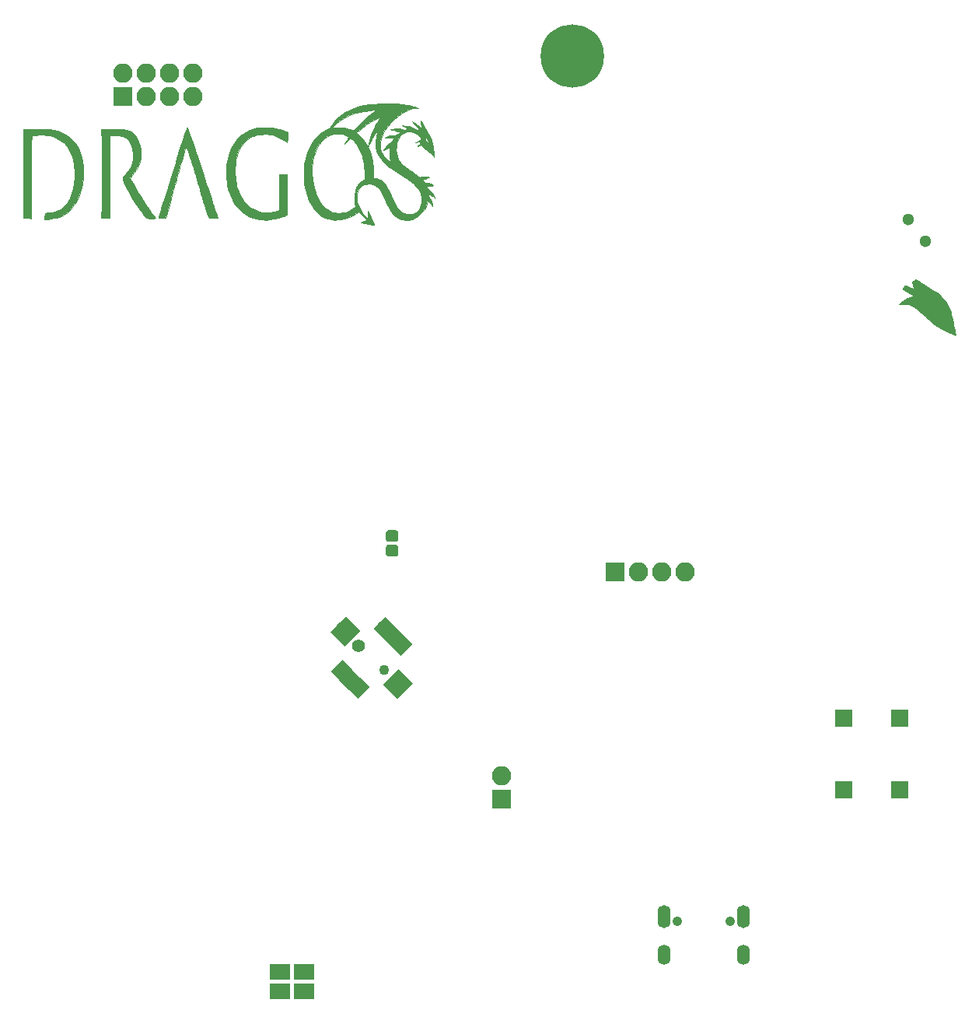
<source format=gbr>
G04 #@! TF.GenerationSoftware,KiCad,Pcbnew,5.1.2*
G04 #@! TF.CreationDate,2019-10-10T00:14:00-05:00*
G04 #@! TF.ProjectId,dragos,64726167-6f73-42e6-9b69-6361645f7063,rev?*
G04 #@! TF.SameCoordinates,Original*
G04 #@! TF.FileFunction,Soldermask,Top*
G04 #@! TF.FilePolarity,Negative*
%FSLAX46Y46*%
G04 Gerber Fmt 4.6, Leading zero omitted, Abs format (unit mm)*
G04 Created by KiCad (PCBNEW 5.1.2) date 2019-10-10 00:14:00*
%MOMM*%
%LPD*%
G04 APERTURE LIST*
%ADD10C,0.010000*%
%ADD11C,6.900000*%
%ADD12C,0.100000*%
%ADD13C,1.275000*%
%ADD14R,2.100000X2.100000*%
%ADD15O,2.100000X2.100000*%
%ADD16O,1.400000X2.500000*%
%ADD17O,1.400000X2.200000*%
%ADD18C,1.050000*%
%ADD19C,1.300000*%
%ADD20R,1.900000X1.900000*%
%ADD21C,1.500000*%
%ADD22C,2.200000*%
%ADD23C,1.400000*%
%ADD24C,1.100000*%
%ADD25R,2.200000X1.800000*%
G04 APERTURE END LIST*
D10*
G36*
X196833185Y-68614382D02*
G01*
X196939313Y-68673680D01*
X197086270Y-68761785D01*
X197259044Y-68869923D01*
X197278823Y-68882563D01*
X197497744Y-69020022D01*
X197757722Y-69179055D01*
X198025971Y-69339812D01*
X198266235Y-69480443D01*
X198802378Y-69811509D01*
X199260464Y-70144336D01*
X199646943Y-70485895D01*
X199968264Y-70843158D01*
X200230876Y-71223095D01*
X200441229Y-71632677D01*
X200571480Y-71972144D01*
X200623076Y-72144651D01*
X200684556Y-72379624D01*
X200750922Y-72656182D01*
X200817179Y-72953442D01*
X200878330Y-73250523D01*
X200882608Y-73272405D01*
X200937795Y-73553335D01*
X200991461Y-73822010D01*
X201040170Y-74061554D01*
X201080481Y-74255091D01*
X201108958Y-74385746D01*
X201112947Y-74402916D01*
X201137961Y-74515121D01*
X201144706Y-74590639D01*
X201123481Y-74629757D01*
X201064590Y-74632763D01*
X200958332Y-74599944D01*
X200795011Y-74531587D01*
X200564926Y-74427979D01*
X200546666Y-74419685D01*
X200065755Y-74193544D01*
X199649666Y-73978990D01*
X199281700Y-73764742D01*
X198945157Y-73539519D01*
X198623340Y-73292040D01*
X198299549Y-73011024D01*
X197957086Y-72685190D01*
X197909487Y-72638122D01*
X197549193Y-72294421D01*
X197218066Y-72010235D01*
X196899959Y-71773554D01*
X196578727Y-71572372D01*
X196238223Y-71394682D01*
X196236060Y-71393648D01*
X196078945Y-71320918D01*
X195958918Y-71276105D01*
X195845967Y-71253298D01*
X195710079Y-71246584D01*
X195521244Y-71250050D01*
X195509000Y-71250410D01*
X195325348Y-71257933D01*
X195168231Y-71268170D01*
X195060827Y-71279439D01*
X195032750Y-71285013D01*
X194967462Y-71295143D01*
X194972108Y-71263815D01*
X195047328Y-71190380D01*
X195193762Y-71074192D01*
X195366629Y-70947133D01*
X195646049Y-70763744D01*
X195919544Y-70616959D01*
X196171444Y-70513830D01*
X196386073Y-70461411D01*
X196457477Y-70456226D01*
X196541345Y-70451885D01*
X196550659Y-70427096D01*
X196501342Y-70367914D01*
X196434888Y-70312290D01*
X196312843Y-70225886D01*
X196152729Y-70120615D01*
X195976197Y-70010884D01*
X195750398Y-69874897D01*
X195587900Y-69775061D01*
X195480704Y-69701873D01*
X195420812Y-69645827D01*
X195400225Y-69597417D01*
X195410942Y-69547138D01*
X195444965Y-69485485D01*
X195482227Y-69423913D01*
X195547471Y-69315132D01*
X195593057Y-69243905D01*
X195606034Y-69227748D01*
X195646398Y-69242376D01*
X195750070Y-69282214D01*
X195901643Y-69341287D01*
X196085710Y-69413623D01*
X196097939Y-69418447D01*
X196283656Y-69490509D01*
X196438215Y-69548177D01*
X196546146Y-69585845D01*
X196591980Y-69597905D01*
X196592437Y-69597673D01*
X196587558Y-69554509D01*
X196564111Y-69451277D01*
X196526986Y-69309259D01*
X196522081Y-69291473D01*
X196465784Y-69068854D01*
X196441494Y-68914736D01*
X196449640Y-68819060D01*
X196490652Y-68771769D01*
X196544677Y-68762000D01*
X196648661Y-68727898D01*
X196694333Y-68677333D01*
X196747117Y-68610298D01*
X196782896Y-68592666D01*
X196833185Y-68614382D01*
X196833185Y-68614382D01*
G37*
X196833185Y-68614382D02*
X196939313Y-68673680D01*
X197086270Y-68761785D01*
X197259044Y-68869923D01*
X197278823Y-68882563D01*
X197497744Y-69020022D01*
X197757722Y-69179055D01*
X198025971Y-69339812D01*
X198266235Y-69480443D01*
X198802378Y-69811509D01*
X199260464Y-70144336D01*
X199646943Y-70485895D01*
X199968264Y-70843158D01*
X200230876Y-71223095D01*
X200441229Y-71632677D01*
X200571480Y-71972144D01*
X200623076Y-72144651D01*
X200684556Y-72379624D01*
X200750922Y-72656182D01*
X200817179Y-72953442D01*
X200878330Y-73250523D01*
X200882608Y-73272405D01*
X200937795Y-73553335D01*
X200991461Y-73822010D01*
X201040170Y-74061554D01*
X201080481Y-74255091D01*
X201108958Y-74385746D01*
X201112947Y-74402916D01*
X201137961Y-74515121D01*
X201144706Y-74590639D01*
X201123481Y-74629757D01*
X201064590Y-74632763D01*
X200958332Y-74599944D01*
X200795011Y-74531587D01*
X200564926Y-74427979D01*
X200546666Y-74419685D01*
X200065755Y-74193544D01*
X199649666Y-73978990D01*
X199281700Y-73764742D01*
X198945157Y-73539519D01*
X198623340Y-73292040D01*
X198299549Y-73011024D01*
X197957086Y-72685190D01*
X197909487Y-72638122D01*
X197549193Y-72294421D01*
X197218066Y-72010235D01*
X196899959Y-71773554D01*
X196578727Y-71572372D01*
X196238223Y-71394682D01*
X196236060Y-71393648D01*
X196078945Y-71320918D01*
X195958918Y-71276105D01*
X195845967Y-71253298D01*
X195710079Y-71246584D01*
X195521244Y-71250050D01*
X195509000Y-71250410D01*
X195325348Y-71257933D01*
X195168231Y-71268170D01*
X195060827Y-71279439D01*
X195032750Y-71285013D01*
X194967462Y-71295143D01*
X194972108Y-71263815D01*
X195047328Y-71190380D01*
X195193762Y-71074192D01*
X195366629Y-70947133D01*
X195646049Y-70763744D01*
X195919544Y-70616959D01*
X196171444Y-70513830D01*
X196386073Y-70461411D01*
X196457477Y-70456226D01*
X196541345Y-70451885D01*
X196550659Y-70427096D01*
X196501342Y-70367914D01*
X196434888Y-70312290D01*
X196312843Y-70225886D01*
X196152729Y-70120615D01*
X195976197Y-70010884D01*
X195750398Y-69874897D01*
X195587900Y-69775061D01*
X195480704Y-69701873D01*
X195420812Y-69645827D01*
X195400225Y-69597417D01*
X195410942Y-69547138D01*
X195444965Y-69485485D01*
X195482227Y-69423913D01*
X195547471Y-69315132D01*
X195593057Y-69243905D01*
X195606034Y-69227748D01*
X195646398Y-69242376D01*
X195750070Y-69282214D01*
X195901643Y-69341287D01*
X196085710Y-69413623D01*
X196097939Y-69418447D01*
X196283656Y-69490509D01*
X196438215Y-69548177D01*
X196546146Y-69585845D01*
X196591980Y-69597905D01*
X196592437Y-69597673D01*
X196587558Y-69554509D01*
X196564111Y-69451277D01*
X196526986Y-69309259D01*
X196522081Y-69291473D01*
X196465784Y-69068854D01*
X196441494Y-68914736D01*
X196449640Y-68819060D01*
X196490652Y-68771769D01*
X196544677Y-68762000D01*
X196648661Y-68727898D01*
X196694333Y-68677333D01*
X196747117Y-68610298D01*
X196782896Y-68592666D01*
X196833185Y-68614382D01*
G36*
X140323122Y-49450692D02*
G01*
X140885954Y-49513642D01*
X141407000Y-49601169D01*
X141672565Y-49654231D01*
X141926267Y-49708270D01*
X142149649Y-49759106D01*
X142324253Y-49802559D01*
X142422116Y-49831102D01*
X142654066Y-49909978D01*
X142337449Y-49934386D01*
X142144472Y-49956983D01*
X141951116Y-49992056D01*
X141809166Y-50029073D01*
X141364479Y-50212045D01*
X140909317Y-50465048D01*
X140458043Y-50777173D01*
X140025019Y-51137510D01*
X139624610Y-51535148D01*
X139275208Y-51953812D01*
X138969264Y-52402045D01*
X138741169Y-52832146D01*
X138588118Y-53251747D01*
X138507310Y-53668483D01*
X138495330Y-54077840D01*
X138509080Y-54287594D01*
X138531716Y-54445580D01*
X138570938Y-54584687D01*
X138634447Y-54737805D01*
X138665340Y-54803959D01*
X138849236Y-55127721D01*
X139071714Y-55392926D01*
X139353421Y-55623765D01*
X139381735Y-55643240D01*
X139505173Y-55725281D01*
X139598980Y-55784296D01*
X139643538Y-55807962D01*
X139644012Y-55808000D01*
X139644967Y-55771195D01*
X139626727Y-55676322D01*
X139604213Y-55585750D01*
X139555309Y-55342355D01*
X139524039Y-55061574D01*
X139512567Y-54778308D01*
X139523058Y-54527458D01*
X139533545Y-54446100D01*
X139572798Y-54206035D01*
X139357482Y-54290216D01*
X139203959Y-54355386D01*
X139059003Y-54425121D01*
X139004394Y-54454882D01*
X138866622Y-54535367D01*
X138954485Y-54363141D01*
X139090678Y-54152304D01*
X139270709Y-53950894D01*
X139466803Y-53788017D01*
X139554856Y-53733992D01*
X139722467Y-53607585D01*
X139866479Y-53414500D01*
X139868800Y-53410577D01*
X140002766Y-53183333D01*
X139614800Y-53174788D01*
X139422131Y-53171616D01*
X139244229Y-53170553D01*
X139110630Y-53171713D01*
X139078666Y-53172715D01*
X139004597Y-53174084D01*
X138982807Y-53164251D01*
X139020069Y-53135137D01*
X139123159Y-53078666D01*
X139184500Y-53046528D01*
X139322188Y-52980352D01*
X139447009Y-52938154D01*
X139588780Y-52913042D01*
X139777321Y-52898122D01*
X139840246Y-52894940D01*
X140010229Y-52886503D01*
X140133847Y-52874096D01*
X140232059Y-52848789D01*
X140325822Y-52801651D01*
X140436094Y-52723749D01*
X140583834Y-52606153D01*
X140657077Y-52546839D01*
X140634934Y-52526502D01*
X140546801Y-52496065D01*
X140409888Y-52461130D01*
X140360744Y-52450372D01*
X140167808Y-52407739D01*
X139975005Y-52362039D01*
X139823141Y-52322954D01*
X139819500Y-52321944D01*
X139607833Y-52263089D01*
X139861833Y-52209002D01*
X140217929Y-52163279D01*
X140561559Y-52176199D01*
X140856666Y-52243200D01*
X141013171Y-52289683D01*
X141142969Y-52302614D01*
X141294802Y-52285640D01*
X141332916Y-52278827D01*
X141462981Y-52251052D01*
X141551302Y-52225091D01*
X141576333Y-52209970D01*
X141540992Y-52182037D01*
X141446227Y-52126956D01*
X141308928Y-52054251D01*
X141227248Y-52013097D01*
X140878162Y-51840045D01*
X141216664Y-51859337D01*
X141464512Y-51878630D01*
X141656696Y-51909569D01*
X141822152Y-51960532D01*
X141989820Y-52039893D01*
X142140502Y-52126748D01*
X142308152Y-52220186D01*
X142477505Y-52302149D01*
X142613211Y-52355595D01*
X142618587Y-52357246D01*
X142694182Y-52380705D01*
X142746028Y-52393861D01*
X142769925Y-52388590D01*
X142761671Y-52356771D01*
X142717067Y-52290279D01*
X142631912Y-52180994D01*
X142502006Y-52020791D01*
X142345274Y-51828714D01*
X141992381Y-51395597D01*
X142257720Y-51538048D01*
X142424960Y-51643044D01*
X142608613Y-51781522D01*
X142768994Y-51923552D01*
X142769362Y-51923916D01*
X142881872Y-52031592D01*
X142967371Y-52106725D01*
X143012074Y-52137462D01*
X143015531Y-52135583D01*
X143008599Y-52082194D01*
X142990168Y-51966205D01*
X142963591Y-51808366D01*
X142949765Y-51728626D01*
X142922909Y-51560439D01*
X142906287Y-51426202D01*
X142902149Y-51345865D01*
X142905135Y-51332419D01*
X142919623Y-51334525D01*
X142947698Y-51363491D01*
X142993636Y-51425928D01*
X143061711Y-51528449D01*
X143156198Y-51677665D01*
X143281374Y-51880188D01*
X143441514Y-52142631D01*
X143628590Y-52451266D01*
X144043636Y-53137366D01*
X144224274Y-54186933D01*
X144272952Y-54473985D01*
X144315386Y-54732402D01*
X144349824Y-54950824D01*
X144374514Y-55117892D01*
X144387704Y-55222247D01*
X144388711Y-55253050D01*
X144354928Y-55229844D01*
X144268902Y-55155761D01*
X144139322Y-55038715D01*
X143974871Y-54886618D01*
X143784238Y-54707383D01*
X143659265Y-54588544D01*
X142946020Y-53907487D01*
X142819182Y-53984622D01*
X142699468Y-54047786D01*
X142589556Y-54091450D01*
X142589421Y-54091489D01*
X142531238Y-54105273D01*
X142539306Y-54089785D01*
X142613500Y-54040137D01*
X142747582Y-53939346D01*
X142822406Y-53836426D01*
X142856229Y-53721613D01*
X142877487Y-53603727D01*
X142618493Y-53626842D01*
X142359500Y-53649958D01*
X142552077Y-53587178D01*
X142690991Y-53526956D01*
X142809521Y-53450844D01*
X142839207Y-53423751D01*
X142901987Y-53340224D01*
X142903724Y-53312261D01*
X143391174Y-53312261D01*
X143400669Y-53350383D01*
X143453251Y-53427951D01*
X143531697Y-53524984D01*
X143618789Y-53621500D01*
X143697304Y-53697519D01*
X143750023Y-53733058D01*
X143754356Y-53733666D01*
X143769351Y-53698420D01*
X143759631Y-53617250D01*
X143696848Y-53414104D01*
X143613380Y-53273042D01*
X143528400Y-53193526D01*
X143411433Y-53107049D01*
X143418801Y-53198108D01*
X143410399Y-53280959D01*
X143391174Y-53312261D01*
X142903724Y-53312261D01*
X142906895Y-53261229D01*
X142887526Y-53200302D01*
X142771219Y-53001209D01*
X142588677Y-52821593D01*
X142357963Y-52673048D01*
X142097140Y-52567168D01*
X141824272Y-52515549D01*
X141820280Y-52515255D01*
X141482418Y-52526421D01*
X141179571Y-52612785D01*
X140907248Y-52776487D01*
X140660959Y-53019668D01*
X140600073Y-53096924D01*
X140435213Y-53379541D01*
X140317224Y-53714511D01*
X140247038Y-54083068D01*
X140225590Y-54466444D01*
X140253811Y-54845873D01*
X140332635Y-55202588D01*
X140462994Y-55517822D01*
X140478369Y-55545413D01*
X140605880Y-55735827D01*
X140775790Y-55930995D01*
X140996095Y-56138275D01*
X141274792Y-56365020D01*
X141619878Y-56618587D01*
X141725854Y-56692869D01*
X141948173Y-56849245D01*
X142163562Y-57004112D01*
X142355213Y-57145142D01*
X142506317Y-57260004D01*
X142582804Y-57321460D01*
X142806109Y-57509682D01*
X142975244Y-57442007D01*
X143151861Y-57396493D01*
X143361363Y-57378781D01*
X143568064Y-57389132D01*
X143736273Y-57427806D01*
X143756500Y-57436304D01*
X143836062Y-57475583D01*
X143842658Y-57492643D01*
X143786147Y-57497895D01*
X143681439Y-57519779D01*
X143560197Y-57568163D01*
X143553314Y-57571679D01*
X143420589Y-57629080D01*
X143266850Y-57680514D01*
X143238921Y-57688095D01*
X143060010Y-57734166D01*
X143211023Y-57924666D01*
X143301882Y-58032847D01*
X143371862Y-58087824D01*
X143449770Y-58104944D01*
X143542521Y-58101291D01*
X143771118Y-58110562D01*
X143989154Y-58166748D01*
X144164054Y-58260979D01*
X144181699Y-58275366D01*
X144290748Y-58369166D01*
X144129457Y-58379679D01*
X143987277Y-58387715D01*
X143816003Y-58395770D01*
X143745916Y-58398607D01*
X143621877Y-58403691D01*
X143541489Y-58407733D01*
X143524304Y-58409260D01*
X143591728Y-58598060D01*
X143678136Y-58730717D01*
X143803033Y-58835755D01*
X143826300Y-58850895D01*
X144018214Y-59002476D01*
X144198923Y-59197423D01*
X144341800Y-59404945D01*
X144390601Y-59503487D01*
X144431666Y-59616077D01*
X144451382Y-59698354D01*
X144448240Y-59734958D01*
X144420729Y-59710527D01*
X144409109Y-59691785D01*
X144346130Y-59628278D01*
X144238322Y-59555601D01*
X144188146Y-59528472D01*
X144041418Y-59440425D01*
X143900473Y-59333689D01*
X143872916Y-59308798D01*
X143735333Y-59178057D01*
X143736416Y-59323945D01*
X143768298Y-59472539D01*
X143856732Y-59655382D01*
X143883445Y-59698900D01*
X144068189Y-60067304D01*
X144176911Y-60464666D01*
X144202916Y-60612833D01*
X144131172Y-60507000D01*
X144063369Y-60418212D01*
X143962310Y-60298188D01*
X143878103Y-60203916D01*
X143696778Y-60006667D01*
X143627592Y-60246250D01*
X143465035Y-60663516D01*
X143226560Y-61048826D01*
X142934046Y-61382723D01*
X142682168Y-61620082D01*
X142461306Y-61798776D01*
X142253332Y-61929083D01*
X142040116Y-62021282D01*
X141803529Y-62085651D01*
X141641787Y-62115354D01*
X141268552Y-62133658D01*
X140892672Y-62075316D01*
X140531934Y-61945846D01*
X140204129Y-61750766D01*
X140048050Y-61621002D01*
X139899554Y-61470820D01*
X139763067Y-61305435D01*
X139631079Y-61112598D01*
X139496079Y-60880059D01*
X139350558Y-60595568D01*
X139187004Y-60246877D01*
X139135160Y-60132068D01*
X138942619Y-59712784D01*
X138771888Y-59365245D01*
X138617152Y-59081168D01*
X138472592Y-58852264D01*
X138332394Y-58670249D01*
X138190740Y-58526837D01*
X138041814Y-58413742D01*
X137879799Y-58322677D01*
X137857577Y-58312074D01*
X137727527Y-58256755D01*
X137607365Y-58223011D01*
X137468348Y-58205819D01*
X137281731Y-58200154D01*
X137216000Y-58199950D01*
X136948109Y-58211556D01*
X136739730Y-58252129D01*
X136568121Y-58330567D01*
X136410538Y-58455769D01*
X136318642Y-58551062D01*
X136166437Y-58755193D01*
X136061490Y-58985470D01*
X135998840Y-59258092D01*
X135973525Y-59589259D01*
X135972451Y-59681500D01*
X135974346Y-59897790D01*
X135983879Y-60057957D01*
X136005854Y-60190496D01*
X136045071Y-60323903D01*
X136106335Y-60486673D01*
X136109496Y-60494662D01*
X136216492Y-60730856D01*
X136352935Y-60981330D01*
X136508094Y-61230733D01*
X136671242Y-61463710D01*
X136831649Y-61664909D01*
X136978586Y-61818976D01*
X137097537Y-61908569D01*
X137136376Y-61925586D01*
X137160254Y-61916817D01*
X137171865Y-61868342D01*
X137173901Y-61766238D01*
X137169054Y-61596585D01*
X137167297Y-61547878D01*
X137163015Y-61374304D01*
X137163539Y-61237832D01*
X137168585Y-61156717D01*
X137173666Y-61142212D01*
X137196277Y-61178672D01*
X137246299Y-61278250D01*
X137317173Y-61426512D01*
X137402342Y-61609024D01*
X137495248Y-61811349D01*
X137589333Y-62019054D01*
X137678039Y-62217703D01*
X137754808Y-62392861D01*
X137813081Y-62530095D01*
X137846302Y-62614968D01*
X137851518Y-62634250D01*
X137852393Y-62647581D01*
X137847864Y-62656266D01*
X137826462Y-62658702D01*
X137776716Y-62653291D01*
X137687155Y-62638432D01*
X137546309Y-62612525D01*
X137342707Y-62573968D01*
X137131333Y-62533777D01*
X136902197Y-62489635D01*
X136699741Y-62449465D01*
X136539829Y-62416504D01*
X136438328Y-62393990D01*
X136412809Y-62387116D01*
X136417093Y-62363945D01*
X136488253Y-62323525D01*
X136612282Y-62273636D01*
X136625610Y-62268930D01*
X136818725Y-62200559D01*
X136937963Y-62149652D01*
X136988897Y-62104413D01*
X136977101Y-62053043D01*
X136908148Y-61983746D01*
X136801691Y-61896190D01*
X136642708Y-61754514D01*
X136477956Y-61588424D01*
X136369333Y-61465140D01*
X136272840Y-61349726D01*
X136197238Y-61265399D01*
X136157739Y-61229057D01*
X136156527Y-61228722D01*
X136114022Y-61251238D01*
X136023783Y-61312292D01*
X135905168Y-61398774D01*
X135902629Y-61400681D01*
X135541863Y-61634629D01*
X135144081Y-61817777D01*
X134828406Y-61922751D01*
X134526110Y-61995349D01*
X134187145Y-62052096D01*
X133841027Y-62089732D01*
X133517271Y-62104997D01*
X133259449Y-62096013D01*
X132821015Y-62013377D01*
X132404378Y-61852129D01*
X132012624Y-61616232D01*
X131648838Y-61309645D01*
X131316105Y-60936331D01*
X131017511Y-60500250D01*
X130756140Y-60005364D01*
X130535078Y-59455634D01*
X130357409Y-58855022D01*
X130226220Y-58207489D01*
X130225001Y-58199833D01*
X130201975Y-57993717D01*
X130186055Y-57724804D01*
X130177217Y-57414660D01*
X130175439Y-57084853D01*
X130176023Y-57048423D01*
X131085328Y-57048423D01*
X131126930Y-57677407D01*
X131217328Y-58291135D01*
X131355136Y-58872961D01*
X131538971Y-59406236D01*
X131631110Y-59614967D01*
X131887139Y-60075286D01*
X132186936Y-60475085D01*
X132525217Y-60809556D01*
X132896694Y-61073888D01*
X133296081Y-61263271D01*
X133517969Y-61331791D01*
X133809421Y-61375923D01*
X134137605Y-61377120D01*
X134467534Y-61337438D01*
X134764218Y-61258936D01*
X134765728Y-61258389D01*
X135114565Y-61108637D01*
X135412459Y-60926792D01*
X135612108Y-60766782D01*
X135807383Y-60594696D01*
X135746560Y-60370931D01*
X135713635Y-60175360D01*
X135700434Y-59923784D01*
X135705746Y-59642240D01*
X135728362Y-59356760D01*
X135767073Y-59093380D01*
X135815132Y-58895279D01*
X135925153Y-58623750D01*
X136077879Y-58356649D01*
X136259115Y-58112579D01*
X136454662Y-57910144D01*
X136650324Y-57767947D01*
X136691685Y-57746731D01*
X136743724Y-57706855D01*
X136776954Y-57633356D01*
X136799052Y-57505126D01*
X136806829Y-57430219D01*
X136814691Y-57236200D01*
X136810251Y-56982761D01*
X136795254Y-56693975D01*
X136771446Y-56393915D01*
X136740571Y-56106656D01*
X136704375Y-55856268D01*
X136685416Y-55755253D01*
X136551245Y-55237760D01*
X136371689Y-54745411D01*
X136153287Y-54290738D01*
X135902575Y-53886273D01*
X135626092Y-53544548D01*
X135437947Y-53363966D01*
X135361688Y-53298903D01*
X135302847Y-53260837D01*
X135247687Y-53255508D01*
X135182469Y-53288655D01*
X135093456Y-53366018D01*
X134966909Y-53493334D01*
X134856980Y-53606666D01*
X134589688Y-53881833D01*
X134818998Y-53479666D01*
X134910295Y-53314744D01*
X134981208Y-53177362D01*
X135023767Y-53083587D01*
X135031864Y-53050402D01*
X134987038Y-53022252D01*
X134884866Y-52974004D01*
X134747054Y-52915876D01*
X134740715Y-52913333D01*
X134322135Y-52786514D01*
X133893648Y-52733346D01*
X133471409Y-52754465D01*
X133079623Y-52847720D01*
X132717277Y-53016272D01*
X132379920Y-53261133D01*
X132071970Y-53576481D01*
X131797841Y-53956496D01*
X131561952Y-54395356D01*
X131368719Y-54887243D01*
X131267126Y-55236416D01*
X131154041Y-55811280D01*
X131093903Y-56420831D01*
X131085328Y-57048423D01*
X130176023Y-57048423D01*
X130180698Y-56756952D01*
X130192969Y-56452524D01*
X130212232Y-56193137D01*
X130227281Y-56067090D01*
X130353488Y-55419058D01*
X130535988Y-54811107D01*
X130771293Y-54248713D01*
X131055914Y-53737348D01*
X131386360Y-53282486D01*
X131759144Y-52889600D01*
X132120156Y-52604185D01*
X135904220Y-52604185D01*
X136083860Y-52755372D01*
X136492258Y-53153598D01*
X136849057Y-53615096D01*
X137150941Y-54133590D01*
X137394597Y-54702806D01*
X137576711Y-55316468D01*
X137661658Y-55743237D01*
X137687038Y-55952417D01*
X137706790Y-56221774D01*
X137719517Y-56526920D01*
X137723829Y-56829129D01*
X137724000Y-57532759D01*
X137925083Y-57559442D01*
X138074276Y-57593124D01*
X138252875Y-57652754D01*
X138383119Y-57707657D01*
X138524940Y-57778673D01*
X138651867Y-57853637D01*
X138768503Y-57939394D01*
X138879448Y-58042787D01*
X138989302Y-58170660D01*
X139102666Y-58329859D01*
X139224143Y-58527227D01*
X139358331Y-58769609D01*
X139509833Y-59063848D01*
X139683248Y-59416790D01*
X139883179Y-59835279D01*
X140046985Y-60182841D01*
X140213567Y-60515203D01*
X140369677Y-60776634D01*
X140523564Y-60978779D01*
X140683475Y-61133278D01*
X140761829Y-61191899D01*
X141058361Y-61348315D01*
X141394220Y-61445259D01*
X141744909Y-61478892D01*
X142085932Y-61445371D01*
X142198307Y-61417113D01*
X142402444Y-61318163D01*
X142597231Y-61154136D01*
X142763199Y-60944011D01*
X142851506Y-60780332D01*
X142935446Y-60523640D01*
X142988407Y-60219154D01*
X143006713Y-59899221D01*
X142986691Y-59596189D01*
X142986298Y-59593446D01*
X142919853Y-59288873D01*
X142807750Y-59003845D01*
X142643880Y-58730731D01*
X142422134Y-58461899D01*
X142136401Y-58189716D01*
X141780573Y-57906550D01*
X141447541Y-57671184D01*
X141235295Y-57525730D01*
X141020714Y-57375916D01*
X140826832Y-57237994D01*
X140676686Y-57128216D01*
X140658366Y-57114429D01*
X140484582Y-56991015D01*
X140275844Y-56854518D01*
X140072273Y-56730996D01*
X140037191Y-56710976D01*
X139685607Y-56501415D01*
X139392377Y-56298744D01*
X139134728Y-56085639D01*
X138889884Y-55844778D01*
X138868654Y-55822172D01*
X138566432Y-55476016D01*
X138334496Y-55154967D01*
X138167628Y-54845820D01*
X138060611Y-54535373D01*
X138008228Y-54210421D01*
X138005260Y-53857761D01*
X138019901Y-53674332D01*
X138095738Y-53125781D01*
X138203212Y-52625494D01*
X138291274Y-52326083D01*
X138336648Y-52186360D01*
X138367530Y-52084549D01*
X138377855Y-52040749D01*
X138377513Y-52040333D01*
X138350375Y-52074030D01*
X138287464Y-52165930D01*
X138197572Y-52302248D01*
X138089493Y-52469199D01*
X137972017Y-52652998D01*
X137853938Y-52839858D01*
X137744047Y-53015995D01*
X137651137Y-53167624D01*
X137584001Y-53280958D01*
X137567504Y-53310333D01*
X137481318Y-53477665D01*
X137386948Y-53675464D01*
X137319392Y-53827269D01*
X137259140Y-53962495D01*
X137211171Y-54058194D01*
X137184668Y-54096266D01*
X137183135Y-54095912D01*
X137187239Y-54051445D01*
X137209779Y-53941633D01*
X137247095Y-53782869D01*
X137295528Y-53591540D01*
X137297003Y-53585893D01*
X137440343Y-53102036D01*
X137613245Y-52625712D01*
X137808811Y-52171322D01*
X138020141Y-51753264D01*
X138240335Y-51385939D01*
X138462495Y-51083745D01*
X138536166Y-50999572D01*
X138712814Y-50807931D01*
X138492726Y-50894682D01*
X138146806Y-51046666D01*
X137788989Y-51236124D01*
X137409917Y-51469015D01*
X137000233Y-51751295D01*
X136550580Y-52088922D01*
X136274360Y-52307173D01*
X135904220Y-52604185D01*
X132120156Y-52604185D01*
X132170775Y-52564166D01*
X132617765Y-52311655D01*
X132622539Y-52309454D01*
X132791942Y-52228755D01*
X132907351Y-52161048D01*
X132973991Y-52102247D01*
X133189286Y-52102247D01*
X133215500Y-52104612D01*
X133288565Y-52090782D01*
X133427173Y-52076535D01*
X133612221Y-52063450D01*
X133824610Y-52053104D01*
X133850500Y-52052141D01*
X134240341Y-52049885D01*
X134573041Y-52076194D01*
X134872364Y-52134681D01*
X135162075Y-52228960D01*
X135251838Y-52265257D01*
X135388236Y-52318996D01*
X135495568Y-52354603D01*
X135546024Y-52364087D01*
X135589281Y-52332562D01*
X135678867Y-52249866D01*
X135803560Y-52126926D01*
X135952137Y-51974668D01*
X136030734Y-51892166D01*
X136479661Y-51434484D01*
X136903174Y-51037581D01*
X137297787Y-50704296D01*
X137660015Y-50437466D01*
X137986372Y-50239932D01*
X138163012Y-50156064D01*
X138259451Y-50110956D01*
X138308400Y-50078414D01*
X138309766Y-50071988D01*
X138262777Y-50071704D01*
X138144989Y-50084312D01*
X137968945Y-50107777D01*
X137747186Y-50140063D01*
X137492254Y-50179135D01*
X137216691Y-50222957D01*
X136933038Y-50269493D01*
X136653838Y-50316707D01*
X136391632Y-50362564D01*
X136158962Y-50405028D01*
X135968370Y-50442063D01*
X135832398Y-50471634D01*
X135804686Y-50478598D01*
X135410366Y-50609459D01*
X134980795Y-50800070D01*
X134531402Y-51042359D01*
X134077619Y-51328254D01*
X133787000Y-51534103D01*
X133648872Y-51642255D01*
X133511914Y-51759232D01*
X133386802Y-51874376D01*
X133284209Y-51977031D01*
X133214812Y-52056540D01*
X133189286Y-52102247D01*
X132973991Y-52102247D01*
X132992551Y-52085871D01*
X133071326Y-51982766D01*
X133155013Y-51851402D01*
X133322336Y-51614639D01*
X133540415Y-51354835D01*
X133788205Y-51093815D01*
X134044658Y-50853406D01*
X134288731Y-50655430D01*
X134350729Y-50611432D01*
X134721071Y-50374188D01*
X135092726Y-50170827D01*
X135476344Y-49998352D01*
X135882572Y-49853764D01*
X136322060Y-49734067D01*
X136805457Y-49636262D01*
X137343410Y-49557351D01*
X137946568Y-49494337D01*
X138458595Y-49455001D01*
X139130846Y-49422433D01*
X139745221Y-49420643D01*
X140323122Y-49450692D01*
X140323122Y-49450692D01*
G37*
X140323122Y-49450692D02*
X140885954Y-49513642D01*
X141407000Y-49601169D01*
X141672565Y-49654231D01*
X141926267Y-49708270D01*
X142149649Y-49759106D01*
X142324253Y-49802559D01*
X142422116Y-49831102D01*
X142654066Y-49909978D01*
X142337449Y-49934386D01*
X142144472Y-49956983D01*
X141951116Y-49992056D01*
X141809166Y-50029073D01*
X141364479Y-50212045D01*
X140909317Y-50465048D01*
X140458043Y-50777173D01*
X140025019Y-51137510D01*
X139624610Y-51535148D01*
X139275208Y-51953812D01*
X138969264Y-52402045D01*
X138741169Y-52832146D01*
X138588118Y-53251747D01*
X138507310Y-53668483D01*
X138495330Y-54077840D01*
X138509080Y-54287594D01*
X138531716Y-54445580D01*
X138570938Y-54584687D01*
X138634447Y-54737805D01*
X138665340Y-54803959D01*
X138849236Y-55127721D01*
X139071714Y-55392926D01*
X139353421Y-55623765D01*
X139381735Y-55643240D01*
X139505173Y-55725281D01*
X139598980Y-55784296D01*
X139643538Y-55807962D01*
X139644012Y-55808000D01*
X139644967Y-55771195D01*
X139626727Y-55676322D01*
X139604213Y-55585750D01*
X139555309Y-55342355D01*
X139524039Y-55061574D01*
X139512567Y-54778308D01*
X139523058Y-54527458D01*
X139533545Y-54446100D01*
X139572798Y-54206035D01*
X139357482Y-54290216D01*
X139203959Y-54355386D01*
X139059003Y-54425121D01*
X139004394Y-54454882D01*
X138866622Y-54535367D01*
X138954485Y-54363141D01*
X139090678Y-54152304D01*
X139270709Y-53950894D01*
X139466803Y-53788017D01*
X139554856Y-53733992D01*
X139722467Y-53607585D01*
X139866479Y-53414500D01*
X139868800Y-53410577D01*
X140002766Y-53183333D01*
X139614800Y-53174788D01*
X139422131Y-53171616D01*
X139244229Y-53170553D01*
X139110630Y-53171713D01*
X139078666Y-53172715D01*
X139004597Y-53174084D01*
X138982807Y-53164251D01*
X139020069Y-53135137D01*
X139123159Y-53078666D01*
X139184500Y-53046528D01*
X139322188Y-52980352D01*
X139447009Y-52938154D01*
X139588780Y-52913042D01*
X139777321Y-52898122D01*
X139840246Y-52894940D01*
X140010229Y-52886503D01*
X140133847Y-52874096D01*
X140232059Y-52848789D01*
X140325822Y-52801651D01*
X140436094Y-52723749D01*
X140583834Y-52606153D01*
X140657077Y-52546839D01*
X140634934Y-52526502D01*
X140546801Y-52496065D01*
X140409888Y-52461130D01*
X140360744Y-52450372D01*
X140167808Y-52407739D01*
X139975005Y-52362039D01*
X139823141Y-52322954D01*
X139819500Y-52321944D01*
X139607833Y-52263089D01*
X139861833Y-52209002D01*
X140217929Y-52163279D01*
X140561559Y-52176199D01*
X140856666Y-52243200D01*
X141013171Y-52289683D01*
X141142969Y-52302614D01*
X141294802Y-52285640D01*
X141332916Y-52278827D01*
X141462981Y-52251052D01*
X141551302Y-52225091D01*
X141576333Y-52209970D01*
X141540992Y-52182037D01*
X141446227Y-52126956D01*
X141308928Y-52054251D01*
X141227248Y-52013097D01*
X140878162Y-51840045D01*
X141216664Y-51859337D01*
X141464512Y-51878630D01*
X141656696Y-51909569D01*
X141822152Y-51960532D01*
X141989820Y-52039893D01*
X142140502Y-52126748D01*
X142308152Y-52220186D01*
X142477505Y-52302149D01*
X142613211Y-52355595D01*
X142618587Y-52357246D01*
X142694182Y-52380705D01*
X142746028Y-52393861D01*
X142769925Y-52388590D01*
X142761671Y-52356771D01*
X142717067Y-52290279D01*
X142631912Y-52180994D01*
X142502006Y-52020791D01*
X142345274Y-51828714D01*
X141992381Y-51395597D01*
X142257720Y-51538048D01*
X142424960Y-51643044D01*
X142608613Y-51781522D01*
X142768994Y-51923552D01*
X142769362Y-51923916D01*
X142881872Y-52031592D01*
X142967371Y-52106725D01*
X143012074Y-52137462D01*
X143015531Y-52135583D01*
X143008599Y-52082194D01*
X142990168Y-51966205D01*
X142963591Y-51808366D01*
X142949765Y-51728626D01*
X142922909Y-51560439D01*
X142906287Y-51426202D01*
X142902149Y-51345865D01*
X142905135Y-51332419D01*
X142919623Y-51334525D01*
X142947698Y-51363491D01*
X142993636Y-51425928D01*
X143061711Y-51528449D01*
X143156198Y-51677665D01*
X143281374Y-51880188D01*
X143441514Y-52142631D01*
X143628590Y-52451266D01*
X144043636Y-53137366D01*
X144224274Y-54186933D01*
X144272952Y-54473985D01*
X144315386Y-54732402D01*
X144349824Y-54950824D01*
X144374514Y-55117892D01*
X144387704Y-55222247D01*
X144388711Y-55253050D01*
X144354928Y-55229844D01*
X144268902Y-55155761D01*
X144139322Y-55038715D01*
X143974871Y-54886618D01*
X143784238Y-54707383D01*
X143659265Y-54588544D01*
X142946020Y-53907487D01*
X142819182Y-53984622D01*
X142699468Y-54047786D01*
X142589556Y-54091450D01*
X142589421Y-54091489D01*
X142531238Y-54105273D01*
X142539306Y-54089785D01*
X142613500Y-54040137D01*
X142747582Y-53939346D01*
X142822406Y-53836426D01*
X142856229Y-53721613D01*
X142877487Y-53603727D01*
X142618493Y-53626842D01*
X142359500Y-53649958D01*
X142552077Y-53587178D01*
X142690991Y-53526956D01*
X142809521Y-53450844D01*
X142839207Y-53423751D01*
X142901987Y-53340224D01*
X142903724Y-53312261D01*
X143391174Y-53312261D01*
X143400669Y-53350383D01*
X143453251Y-53427951D01*
X143531697Y-53524984D01*
X143618789Y-53621500D01*
X143697304Y-53697519D01*
X143750023Y-53733058D01*
X143754356Y-53733666D01*
X143769351Y-53698420D01*
X143759631Y-53617250D01*
X143696848Y-53414104D01*
X143613380Y-53273042D01*
X143528400Y-53193526D01*
X143411433Y-53107049D01*
X143418801Y-53198108D01*
X143410399Y-53280959D01*
X143391174Y-53312261D01*
X142903724Y-53312261D01*
X142906895Y-53261229D01*
X142887526Y-53200302D01*
X142771219Y-53001209D01*
X142588677Y-52821593D01*
X142357963Y-52673048D01*
X142097140Y-52567168D01*
X141824272Y-52515549D01*
X141820280Y-52515255D01*
X141482418Y-52526421D01*
X141179571Y-52612785D01*
X140907248Y-52776487D01*
X140660959Y-53019668D01*
X140600073Y-53096924D01*
X140435213Y-53379541D01*
X140317224Y-53714511D01*
X140247038Y-54083068D01*
X140225590Y-54466444D01*
X140253811Y-54845873D01*
X140332635Y-55202588D01*
X140462994Y-55517822D01*
X140478369Y-55545413D01*
X140605880Y-55735827D01*
X140775790Y-55930995D01*
X140996095Y-56138275D01*
X141274792Y-56365020D01*
X141619878Y-56618587D01*
X141725854Y-56692869D01*
X141948173Y-56849245D01*
X142163562Y-57004112D01*
X142355213Y-57145142D01*
X142506317Y-57260004D01*
X142582804Y-57321460D01*
X142806109Y-57509682D01*
X142975244Y-57442007D01*
X143151861Y-57396493D01*
X143361363Y-57378781D01*
X143568064Y-57389132D01*
X143736273Y-57427806D01*
X143756500Y-57436304D01*
X143836062Y-57475583D01*
X143842658Y-57492643D01*
X143786147Y-57497895D01*
X143681439Y-57519779D01*
X143560197Y-57568163D01*
X143553314Y-57571679D01*
X143420589Y-57629080D01*
X143266850Y-57680514D01*
X143238921Y-57688095D01*
X143060010Y-57734166D01*
X143211023Y-57924666D01*
X143301882Y-58032847D01*
X143371862Y-58087824D01*
X143449770Y-58104944D01*
X143542521Y-58101291D01*
X143771118Y-58110562D01*
X143989154Y-58166748D01*
X144164054Y-58260979D01*
X144181699Y-58275366D01*
X144290748Y-58369166D01*
X144129457Y-58379679D01*
X143987277Y-58387715D01*
X143816003Y-58395770D01*
X143745916Y-58398607D01*
X143621877Y-58403691D01*
X143541489Y-58407733D01*
X143524304Y-58409260D01*
X143591728Y-58598060D01*
X143678136Y-58730717D01*
X143803033Y-58835755D01*
X143826300Y-58850895D01*
X144018214Y-59002476D01*
X144198923Y-59197423D01*
X144341800Y-59404945D01*
X144390601Y-59503487D01*
X144431666Y-59616077D01*
X144451382Y-59698354D01*
X144448240Y-59734958D01*
X144420729Y-59710527D01*
X144409109Y-59691785D01*
X144346130Y-59628278D01*
X144238322Y-59555601D01*
X144188146Y-59528472D01*
X144041418Y-59440425D01*
X143900473Y-59333689D01*
X143872916Y-59308798D01*
X143735333Y-59178057D01*
X143736416Y-59323945D01*
X143768298Y-59472539D01*
X143856732Y-59655382D01*
X143883445Y-59698900D01*
X144068189Y-60067304D01*
X144176911Y-60464666D01*
X144202916Y-60612833D01*
X144131172Y-60507000D01*
X144063369Y-60418212D01*
X143962310Y-60298188D01*
X143878103Y-60203916D01*
X143696778Y-60006667D01*
X143627592Y-60246250D01*
X143465035Y-60663516D01*
X143226560Y-61048826D01*
X142934046Y-61382723D01*
X142682168Y-61620082D01*
X142461306Y-61798776D01*
X142253332Y-61929083D01*
X142040116Y-62021282D01*
X141803529Y-62085651D01*
X141641787Y-62115354D01*
X141268552Y-62133658D01*
X140892672Y-62075316D01*
X140531934Y-61945846D01*
X140204129Y-61750766D01*
X140048050Y-61621002D01*
X139899554Y-61470820D01*
X139763067Y-61305435D01*
X139631079Y-61112598D01*
X139496079Y-60880059D01*
X139350558Y-60595568D01*
X139187004Y-60246877D01*
X139135160Y-60132068D01*
X138942619Y-59712784D01*
X138771888Y-59365245D01*
X138617152Y-59081168D01*
X138472592Y-58852264D01*
X138332394Y-58670249D01*
X138190740Y-58526837D01*
X138041814Y-58413742D01*
X137879799Y-58322677D01*
X137857577Y-58312074D01*
X137727527Y-58256755D01*
X137607365Y-58223011D01*
X137468348Y-58205819D01*
X137281731Y-58200154D01*
X137216000Y-58199950D01*
X136948109Y-58211556D01*
X136739730Y-58252129D01*
X136568121Y-58330567D01*
X136410538Y-58455769D01*
X136318642Y-58551062D01*
X136166437Y-58755193D01*
X136061490Y-58985470D01*
X135998840Y-59258092D01*
X135973525Y-59589259D01*
X135972451Y-59681500D01*
X135974346Y-59897790D01*
X135983879Y-60057957D01*
X136005854Y-60190496D01*
X136045071Y-60323903D01*
X136106335Y-60486673D01*
X136109496Y-60494662D01*
X136216492Y-60730856D01*
X136352935Y-60981330D01*
X136508094Y-61230733D01*
X136671242Y-61463710D01*
X136831649Y-61664909D01*
X136978586Y-61818976D01*
X137097537Y-61908569D01*
X137136376Y-61925586D01*
X137160254Y-61916817D01*
X137171865Y-61868342D01*
X137173901Y-61766238D01*
X137169054Y-61596585D01*
X137167297Y-61547878D01*
X137163015Y-61374304D01*
X137163539Y-61237832D01*
X137168585Y-61156717D01*
X137173666Y-61142212D01*
X137196277Y-61178672D01*
X137246299Y-61278250D01*
X137317173Y-61426512D01*
X137402342Y-61609024D01*
X137495248Y-61811349D01*
X137589333Y-62019054D01*
X137678039Y-62217703D01*
X137754808Y-62392861D01*
X137813081Y-62530095D01*
X137846302Y-62614968D01*
X137851518Y-62634250D01*
X137852393Y-62647581D01*
X137847864Y-62656266D01*
X137826462Y-62658702D01*
X137776716Y-62653291D01*
X137687155Y-62638432D01*
X137546309Y-62612525D01*
X137342707Y-62573968D01*
X137131333Y-62533777D01*
X136902197Y-62489635D01*
X136699741Y-62449465D01*
X136539829Y-62416504D01*
X136438328Y-62393990D01*
X136412809Y-62387116D01*
X136417093Y-62363945D01*
X136488253Y-62323525D01*
X136612282Y-62273636D01*
X136625610Y-62268930D01*
X136818725Y-62200559D01*
X136937963Y-62149652D01*
X136988897Y-62104413D01*
X136977101Y-62053043D01*
X136908148Y-61983746D01*
X136801691Y-61896190D01*
X136642708Y-61754514D01*
X136477956Y-61588424D01*
X136369333Y-61465140D01*
X136272840Y-61349726D01*
X136197238Y-61265399D01*
X136157739Y-61229057D01*
X136156527Y-61228722D01*
X136114022Y-61251238D01*
X136023783Y-61312292D01*
X135905168Y-61398774D01*
X135902629Y-61400681D01*
X135541863Y-61634629D01*
X135144081Y-61817777D01*
X134828406Y-61922751D01*
X134526110Y-61995349D01*
X134187145Y-62052096D01*
X133841027Y-62089732D01*
X133517271Y-62104997D01*
X133259449Y-62096013D01*
X132821015Y-62013377D01*
X132404378Y-61852129D01*
X132012624Y-61616232D01*
X131648838Y-61309645D01*
X131316105Y-60936331D01*
X131017511Y-60500250D01*
X130756140Y-60005364D01*
X130535078Y-59455634D01*
X130357409Y-58855022D01*
X130226220Y-58207489D01*
X130225001Y-58199833D01*
X130201975Y-57993717D01*
X130186055Y-57724804D01*
X130177217Y-57414660D01*
X130175439Y-57084853D01*
X130176023Y-57048423D01*
X131085328Y-57048423D01*
X131126930Y-57677407D01*
X131217328Y-58291135D01*
X131355136Y-58872961D01*
X131538971Y-59406236D01*
X131631110Y-59614967D01*
X131887139Y-60075286D01*
X132186936Y-60475085D01*
X132525217Y-60809556D01*
X132896694Y-61073888D01*
X133296081Y-61263271D01*
X133517969Y-61331791D01*
X133809421Y-61375923D01*
X134137605Y-61377120D01*
X134467534Y-61337438D01*
X134764218Y-61258936D01*
X134765728Y-61258389D01*
X135114565Y-61108637D01*
X135412459Y-60926792D01*
X135612108Y-60766782D01*
X135807383Y-60594696D01*
X135746560Y-60370931D01*
X135713635Y-60175360D01*
X135700434Y-59923784D01*
X135705746Y-59642240D01*
X135728362Y-59356760D01*
X135767073Y-59093380D01*
X135815132Y-58895279D01*
X135925153Y-58623750D01*
X136077879Y-58356649D01*
X136259115Y-58112579D01*
X136454662Y-57910144D01*
X136650324Y-57767947D01*
X136691685Y-57746731D01*
X136743724Y-57706855D01*
X136776954Y-57633356D01*
X136799052Y-57505126D01*
X136806829Y-57430219D01*
X136814691Y-57236200D01*
X136810251Y-56982761D01*
X136795254Y-56693975D01*
X136771446Y-56393915D01*
X136740571Y-56106656D01*
X136704375Y-55856268D01*
X136685416Y-55755253D01*
X136551245Y-55237760D01*
X136371689Y-54745411D01*
X136153287Y-54290738D01*
X135902575Y-53886273D01*
X135626092Y-53544548D01*
X135437947Y-53363966D01*
X135361688Y-53298903D01*
X135302847Y-53260837D01*
X135247687Y-53255508D01*
X135182469Y-53288655D01*
X135093456Y-53366018D01*
X134966909Y-53493334D01*
X134856980Y-53606666D01*
X134589688Y-53881833D01*
X134818998Y-53479666D01*
X134910295Y-53314744D01*
X134981208Y-53177362D01*
X135023767Y-53083587D01*
X135031864Y-53050402D01*
X134987038Y-53022252D01*
X134884866Y-52974004D01*
X134747054Y-52915876D01*
X134740715Y-52913333D01*
X134322135Y-52786514D01*
X133893648Y-52733346D01*
X133471409Y-52754465D01*
X133079623Y-52847720D01*
X132717277Y-53016272D01*
X132379920Y-53261133D01*
X132071970Y-53576481D01*
X131797841Y-53956496D01*
X131561952Y-54395356D01*
X131368719Y-54887243D01*
X131267126Y-55236416D01*
X131154041Y-55811280D01*
X131093903Y-56420831D01*
X131085328Y-57048423D01*
X130176023Y-57048423D01*
X130180698Y-56756952D01*
X130192969Y-56452524D01*
X130212232Y-56193137D01*
X130227281Y-56067090D01*
X130353488Y-55419058D01*
X130535988Y-54811107D01*
X130771293Y-54248713D01*
X131055914Y-53737348D01*
X131386360Y-53282486D01*
X131759144Y-52889600D01*
X132120156Y-52604185D01*
X135904220Y-52604185D01*
X136083860Y-52755372D01*
X136492258Y-53153598D01*
X136849057Y-53615096D01*
X137150941Y-54133590D01*
X137394597Y-54702806D01*
X137576711Y-55316468D01*
X137661658Y-55743237D01*
X137687038Y-55952417D01*
X137706790Y-56221774D01*
X137719517Y-56526920D01*
X137723829Y-56829129D01*
X137724000Y-57532759D01*
X137925083Y-57559442D01*
X138074276Y-57593124D01*
X138252875Y-57652754D01*
X138383119Y-57707657D01*
X138524940Y-57778673D01*
X138651867Y-57853637D01*
X138768503Y-57939394D01*
X138879448Y-58042787D01*
X138989302Y-58170660D01*
X139102666Y-58329859D01*
X139224143Y-58527227D01*
X139358331Y-58769609D01*
X139509833Y-59063848D01*
X139683248Y-59416790D01*
X139883179Y-59835279D01*
X140046985Y-60182841D01*
X140213567Y-60515203D01*
X140369677Y-60776634D01*
X140523564Y-60978779D01*
X140683475Y-61133278D01*
X140761829Y-61191899D01*
X141058361Y-61348315D01*
X141394220Y-61445259D01*
X141744909Y-61478892D01*
X142085932Y-61445371D01*
X142198307Y-61417113D01*
X142402444Y-61318163D01*
X142597231Y-61154136D01*
X142763199Y-60944011D01*
X142851506Y-60780332D01*
X142935446Y-60523640D01*
X142988407Y-60219154D01*
X143006713Y-59899221D01*
X142986691Y-59596189D01*
X142986298Y-59593446D01*
X142919853Y-59288873D01*
X142807750Y-59003845D01*
X142643880Y-58730731D01*
X142422134Y-58461899D01*
X142136401Y-58189716D01*
X141780573Y-57906550D01*
X141447541Y-57671184D01*
X141235295Y-57525730D01*
X141020714Y-57375916D01*
X140826832Y-57237994D01*
X140676686Y-57128216D01*
X140658366Y-57114429D01*
X140484582Y-56991015D01*
X140275844Y-56854518D01*
X140072273Y-56730996D01*
X140037191Y-56710976D01*
X139685607Y-56501415D01*
X139392377Y-56298744D01*
X139134728Y-56085639D01*
X138889884Y-55844778D01*
X138868654Y-55822172D01*
X138566432Y-55476016D01*
X138334496Y-55154967D01*
X138167628Y-54845820D01*
X138060611Y-54535373D01*
X138008228Y-54210421D01*
X138005260Y-53857761D01*
X138019901Y-53674332D01*
X138095738Y-53125781D01*
X138203212Y-52625494D01*
X138291274Y-52326083D01*
X138336648Y-52186360D01*
X138367530Y-52084549D01*
X138377855Y-52040749D01*
X138377513Y-52040333D01*
X138350375Y-52074030D01*
X138287464Y-52165930D01*
X138197572Y-52302248D01*
X138089493Y-52469199D01*
X137972017Y-52652998D01*
X137853938Y-52839858D01*
X137744047Y-53015995D01*
X137651137Y-53167624D01*
X137584001Y-53280958D01*
X137567504Y-53310333D01*
X137481318Y-53477665D01*
X137386948Y-53675464D01*
X137319392Y-53827269D01*
X137259140Y-53962495D01*
X137211171Y-54058194D01*
X137184668Y-54096266D01*
X137183135Y-54095912D01*
X137187239Y-54051445D01*
X137209779Y-53941633D01*
X137247095Y-53782869D01*
X137295528Y-53591540D01*
X137297003Y-53585893D01*
X137440343Y-53102036D01*
X137613245Y-52625712D01*
X137808811Y-52171322D01*
X138020141Y-51753264D01*
X138240335Y-51385939D01*
X138462495Y-51083745D01*
X138536166Y-50999572D01*
X138712814Y-50807931D01*
X138492726Y-50894682D01*
X138146806Y-51046666D01*
X137788989Y-51236124D01*
X137409917Y-51469015D01*
X137000233Y-51751295D01*
X136550580Y-52088922D01*
X136274360Y-52307173D01*
X135904220Y-52604185D01*
X132120156Y-52604185D01*
X132170775Y-52564166D01*
X132617765Y-52311655D01*
X132622539Y-52309454D01*
X132791942Y-52228755D01*
X132907351Y-52161048D01*
X132973991Y-52102247D01*
X133189286Y-52102247D01*
X133215500Y-52104612D01*
X133288565Y-52090782D01*
X133427173Y-52076535D01*
X133612221Y-52063450D01*
X133824610Y-52053104D01*
X133850500Y-52052141D01*
X134240341Y-52049885D01*
X134573041Y-52076194D01*
X134872364Y-52134681D01*
X135162075Y-52228960D01*
X135251838Y-52265257D01*
X135388236Y-52318996D01*
X135495568Y-52354603D01*
X135546024Y-52364087D01*
X135589281Y-52332562D01*
X135678867Y-52249866D01*
X135803560Y-52126926D01*
X135952137Y-51974668D01*
X136030734Y-51892166D01*
X136479661Y-51434484D01*
X136903174Y-51037581D01*
X137297787Y-50704296D01*
X137660015Y-50437466D01*
X137986372Y-50239932D01*
X138163012Y-50156064D01*
X138259451Y-50110956D01*
X138308400Y-50078414D01*
X138309766Y-50071988D01*
X138262777Y-50071704D01*
X138144989Y-50084312D01*
X137968945Y-50107777D01*
X137747186Y-50140063D01*
X137492254Y-50179135D01*
X137216691Y-50222957D01*
X136933038Y-50269493D01*
X136653838Y-50316707D01*
X136391632Y-50362564D01*
X136158962Y-50405028D01*
X135968370Y-50442063D01*
X135832398Y-50471634D01*
X135804686Y-50478598D01*
X135410366Y-50609459D01*
X134980795Y-50800070D01*
X134531402Y-51042359D01*
X134077619Y-51328254D01*
X133787000Y-51534103D01*
X133648872Y-51642255D01*
X133511914Y-51759232D01*
X133386802Y-51874376D01*
X133284209Y-51977031D01*
X133214812Y-52056540D01*
X133189286Y-52102247D01*
X132973991Y-52102247D01*
X132992551Y-52085871D01*
X133071326Y-51982766D01*
X133155013Y-51851402D01*
X133322336Y-51614639D01*
X133540415Y-51354835D01*
X133788205Y-51093815D01*
X134044658Y-50853406D01*
X134288731Y-50655430D01*
X134350729Y-50611432D01*
X134721071Y-50374188D01*
X135092726Y-50170827D01*
X135476344Y-49998352D01*
X135882572Y-49853764D01*
X136322060Y-49734067D01*
X136805457Y-49636262D01*
X137343410Y-49557351D01*
X137946568Y-49494337D01*
X138458595Y-49455001D01*
X139130846Y-49422433D01*
X139745221Y-49420643D01*
X140323122Y-49450692D01*
G36*
X126295680Y-52061239D02*
G01*
X126600060Y-52072945D01*
X126862836Y-52094189D01*
X127034833Y-52119304D01*
X127178717Y-52152285D01*
X127366992Y-52202360D01*
X127581444Y-52263888D01*
X127803862Y-52331228D01*
X128016033Y-52398739D01*
X128199745Y-52460781D01*
X128336785Y-52511711D01*
X128406257Y-52544080D01*
X128430128Y-52572501D01*
X128443146Y-52629101D01*
X128445610Y-52727672D01*
X128437821Y-52882008D01*
X128420079Y-53105901D01*
X128418808Y-53120651D01*
X128399877Y-53324862D01*
X128381529Y-53496599D01*
X128365711Y-53619294D01*
X128354370Y-53676378D01*
X128353294Y-53678150D01*
X128312548Y-53664867D01*
X128226177Y-53611075D01*
X128136205Y-53545900D01*
X127656518Y-53230773D01*
X127135067Y-52982280D01*
X126971333Y-52921680D01*
X126811213Y-52867722D01*
X126681242Y-52829985D01*
X126560044Y-52805661D01*
X126426245Y-52791945D01*
X126258469Y-52786027D01*
X126035340Y-52785102D01*
X125934166Y-52785464D01*
X125673908Y-52788170D01*
X125475925Y-52795424D01*
X125317848Y-52809834D01*
X125177305Y-52834006D01*
X125031928Y-52870545D01*
X124919096Y-52903725D01*
X124618280Y-53004715D01*
X124374932Y-53112563D01*
X124162337Y-53243141D01*
X123953777Y-53412321D01*
X123773904Y-53584101D01*
X123578056Y-53792002D01*
X123427649Y-53983952D01*
X123298622Y-54192355D01*
X123238543Y-54305166D01*
X123048411Y-54715384D01*
X122903426Y-55123518D01*
X122800406Y-55546022D01*
X122736168Y-55999352D01*
X122707530Y-56499962D01*
X122710439Y-57035666D01*
X122728457Y-57448577D01*
X122758237Y-57798212D01*
X122803082Y-58105537D01*
X122866291Y-58391518D01*
X122951168Y-58677123D01*
X122984142Y-58773856D01*
X123180150Y-59242745D01*
X123427932Y-59688131D01*
X123717448Y-60096840D01*
X124038659Y-60455698D01*
X124381524Y-60751532D01*
X124604210Y-60899666D01*
X124955581Y-61079187D01*
X125307224Y-61198835D01*
X125684875Y-61265428D01*
X126061166Y-61285576D01*
X126511339Y-61271946D01*
X126908517Y-61220969D01*
X126961999Y-61210588D01*
X127092059Y-61186210D01*
X127200794Y-61165491D01*
X127290044Y-61141160D01*
X127361652Y-61105945D01*
X127417459Y-61052575D01*
X127459307Y-60973778D01*
X127489038Y-60862284D01*
X127508493Y-60710821D01*
X127519515Y-60512117D01*
X127523944Y-60258901D01*
X127523623Y-59943902D01*
X127520393Y-59559849D01*
X127516095Y-59099470D01*
X127515488Y-59025333D01*
X127500500Y-57141500D01*
X127934416Y-57129435D01*
X128368333Y-57117371D01*
X128368333Y-59295556D01*
X128367850Y-59718705D01*
X128366464Y-60117282D01*
X128364269Y-60483063D01*
X128361357Y-60807821D01*
X128357821Y-61083332D01*
X128353756Y-61301371D01*
X128349254Y-61453711D01*
X128344409Y-61532129D01*
X128342872Y-61540092D01*
X128291716Y-61583166D01*
X128174652Y-61640403D01*
X128007668Y-61704475D01*
X127921643Y-61733218D01*
X127382059Y-61893029D01*
X126896722Y-62007365D01*
X126449790Y-62078248D01*
X126025422Y-62107702D01*
X125607777Y-62097751D01*
X125304145Y-62067554D01*
X125022544Y-62013722D01*
X124707621Y-61924962D01*
X124393096Y-61812671D01*
X124112687Y-61688248D01*
X123996893Y-61625681D01*
X123507449Y-61292914D01*
X123077811Y-60902900D01*
X122707251Y-60454492D01*
X122395040Y-59946547D01*
X122140450Y-59377921D01*
X121942751Y-58747469D01*
X121829160Y-58221000D01*
X121790818Y-57949469D01*
X121761034Y-57625970D01*
X121740563Y-57273944D01*
X121730158Y-56916829D01*
X121730574Y-56578065D01*
X121742566Y-56281091D01*
X121760633Y-56092094D01*
X121887999Y-55412977D01*
X122082100Y-54781157D01*
X122341808Y-54199171D01*
X122665994Y-53669554D01*
X123046970Y-53201848D01*
X123438498Y-52833009D01*
X123856817Y-52540160D01*
X124314400Y-52316085D01*
X124823716Y-52153567D01*
X124883854Y-52139041D01*
X125081622Y-52105944D01*
X125342664Y-52081423D01*
X125646006Y-52065670D01*
X125970669Y-52058878D01*
X126295680Y-52061239D01*
X126295680Y-52061239D01*
G37*
X126295680Y-52061239D02*
X126600060Y-52072945D01*
X126862836Y-52094189D01*
X127034833Y-52119304D01*
X127178717Y-52152285D01*
X127366992Y-52202360D01*
X127581444Y-52263888D01*
X127803862Y-52331228D01*
X128016033Y-52398739D01*
X128199745Y-52460781D01*
X128336785Y-52511711D01*
X128406257Y-52544080D01*
X128430128Y-52572501D01*
X128443146Y-52629101D01*
X128445610Y-52727672D01*
X128437821Y-52882008D01*
X128420079Y-53105901D01*
X128418808Y-53120651D01*
X128399877Y-53324862D01*
X128381529Y-53496599D01*
X128365711Y-53619294D01*
X128354370Y-53676378D01*
X128353294Y-53678150D01*
X128312548Y-53664867D01*
X128226177Y-53611075D01*
X128136205Y-53545900D01*
X127656518Y-53230773D01*
X127135067Y-52982280D01*
X126971333Y-52921680D01*
X126811213Y-52867722D01*
X126681242Y-52829985D01*
X126560044Y-52805661D01*
X126426245Y-52791945D01*
X126258469Y-52786027D01*
X126035340Y-52785102D01*
X125934166Y-52785464D01*
X125673908Y-52788170D01*
X125475925Y-52795424D01*
X125317848Y-52809834D01*
X125177305Y-52834006D01*
X125031928Y-52870545D01*
X124919096Y-52903725D01*
X124618280Y-53004715D01*
X124374932Y-53112563D01*
X124162337Y-53243141D01*
X123953777Y-53412321D01*
X123773904Y-53584101D01*
X123578056Y-53792002D01*
X123427649Y-53983952D01*
X123298622Y-54192355D01*
X123238543Y-54305166D01*
X123048411Y-54715384D01*
X122903426Y-55123518D01*
X122800406Y-55546022D01*
X122736168Y-55999352D01*
X122707530Y-56499962D01*
X122710439Y-57035666D01*
X122728457Y-57448577D01*
X122758237Y-57798212D01*
X122803082Y-58105537D01*
X122866291Y-58391518D01*
X122951168Y-58677123D01*
X122984142Y-58773856D01*
X123180150Y-59242745D01*
X123427932Y-59688131D01*
X123717448Y-60096840D01*
X124038659Y-60455698D01*
X124381524Y-60751532D01*
X124604210Y-60899666D01*
X124955581Y-61079187D01*
X125307224Y-61198835D01*
X125684875Y-61265428D01*
X126061166Y-61285576D01*
X126511339Y-61271946D01*
X126908517Y-61220969D01*
X126961999Y-61210588D01*
X127092059Y-61186210D01*
X127200794Y-61165491D01*
X127290044Y-61141160D01*
X127361652Y-61105945D01*
X127417459Y-61052575D01*
X127459307Y-60973778D01*
X127489038Y-60862284D01*
X127508493Y-60710821D01*
X127519515Y-60512117D01*
X127523944Y-60258901D01*
X127523623Y-59943902D01*
X127520393Y-59559849D01*
X127516095Y-59099470D01*
X127515488Y-59025333D01*
X127500500Y-57141500D01*
X127934416Y-57129435D01*
X128368333Y-57117371D01*
X128368333Y-59295556D01*
X128367850Y-59718705D01*
X128366464Y-60117282D01*
X128364269Y-60483063D01*
X128361357Y-60807821D01*
X128357821Y-61083332D01*
X128353756Y-61301371D01*
X128349254Y-61453711D01*
X128344409Y-61532129D01*
X128342872Y-61540092D01*
X128291716Y-61583166D01*
X128174652Y-61640403D01*
X128007668Y-61704475D01*
X127921643Y-61733218D01*
X127382059Y-61893029D01*
X126896722Y-62007365D01*
X126449790Y-62078248D01*
X126025422Y-62107702D01*
X125607777Y-62097751D01*
X125304145Y-62067554D01*
X125022544Y-62013722D01*
X124707621Y-61924962D01*
X124393096Y-61812671D01*
X124112687Y-61688248D01*
X123996893Y-61625681D01*
X123507449Y-61292914D01*
X123077811Y-60902900D01*
X122707251Y-60454492D01*
X122395040Y-59946547D01*
X122140450Y-59377921D01*
X121942751Y-58747469D01*
X121829160Y-58221000D01*
X121790818Y-57949469D01*
X121761034Y-57625970D01*
X121740563Y-57273944D01*
X121730158Y-56916829D01*
X121730574Y-56578065D01*
X121742566Y-56281091D01*
X121760633Y-56092094D01*
X121887999Y-55412977D01*
X122082100Y-54781157D01*
X122341808Y-54199171D01*
X122665994Y-53669554D01*
X123046970Y-53201848D01*
X123438498Y-52833009D01*
X123856817Y-52540160D01*
X124314400Y-52316085D01*
X124823716Y-52153567D01*
X124883854Y-52139041D01*
X125081622Y-52105944D01*
X125342664Y-52081423D01*
X125646006Y-52065670D01*
X125970669Y-52058878D01*
X126295680Y-52061239D01*
G36*
X100573032Y-52218665D02*
G01*
X100877614Y-52221500D01*
X101197362Y-52226169D01*
X101520700Y-52232477D01*
X101836055Y-52240228D01*
X102131851Y-52249226D01*
X102396514Y-52259275D01*
X102618469Y-52270180D01*
X102786142Y-52281744D01*
X102883666Y-52292998D01*
X103412216Y-52425744D01*
X103920670Y-52633070D01*
X104393507Y-52907287D01*
X104815210Y-53240702D01*
X104837024Y-53260992D01*
X105179114Y-53627353D01*
X105467635Y-54036821D01*
X105705996Y-54496565D01*
X105897605Y-55013750D01*
X106045869Y-55595544D01*
X106108441Y-55935000D01*
X106133716Y-56154479D01*
X106150548Y-56435970D01*
X106159113Y-56758059D01*
X106159589Y-57099331D01*
X106152155Y-57438373D01*
X106136988Y-57753769D01*
X106114266Y-58024105D01*
X106089631Y-58199833D01*
X105939757Y-58847049D01*
X105736982Y-59448396D01*
X105484523Y-59997803D01*
X105185599Y-60489203D01*
X104843429Y-60916524D01*
X104461229Y-61273698D01*
X104458629Y-61275771D01*
X104041987Y-61559864D01*
X103589173Y-61775384D01*
X103092944Y-61924961D01*
X102546060Y-62011223D01*
X102400251Y-62023227D01*
X101952333Y-62053901D01*
X101952701Y-61926034D01*
X101958110Y-61806427D01*
X101971364Y-61651510D01*
X101979072Y-61581761D01*
X102005075Y-61365357D01*
X102349121Y-61338752D01*
X102843741Y-61267875D01*
X103285071Y-61134318D01*
X103679707Y-60935247D01*
X104034246Y-60667832D01*
X104135863Y-60571786D01*
X104456795Y-60200876D01*
X104721197Y-59780117D01*
X104930400Y-59305815D01*
X105085732Y-58774275D01*
X105188524Y-58181804D01*
X105240104Y-57524706D01*
X105240968Y-57501333D01*
X105240247Y-56785429D01*
X105184352Y-56132544D01*
X105072783Y-55541048D01*
X104905034Y-55009308D01*
X104680605Y-54535695D01*
X104398991Y-54118578D01*
X104097186Y-53791025D01*
X103718170Y-53477469D01*
X103314129Y-53231266D01*
X102866102Y-53042020D01*
X102563563Y-52950229D01*
X102363958Y-52910012D01*
X102121579Y-52881171D01*
X101852376Y-52863490D01*
X101572299Y-52856751D01*
X101297298Y-52860736D01*
X101043323Y-52875229D01*
X100826325Y-52900013D01*
X100662252Y-52934870D01*
X100569613Y-52977381D01*
X100560354Y-52997391D01*
X100552116Y-53044084D01*
X100544845Y-53121824D01*
X100538486Y-53234976D01*
X100532984Y-53387905D01*
X100528285Y-53584974D01*
X100524333Y-53830550D01*
X100521075Y-54128996D01*
X100518455Y-54484678D01*
X100516418Y-54901959D01*
X100514910Y-55385205D01*
X100513876Y-55938780D01*
X100513262Y-56567049D01*
X100513012Y-57274377D01*
X100513000Y-57490889D01*
X100513000Y-61957411D01*
X100354250Y-61931171D01*
X100221465Y-61916457D01*
X100050141Y-61906727D01*
X99936934Y-61904465D01*
X99678368Y-61904000D01*
X99656982Y-57088583D01*
X99653670Y-56286201D01*
X99651243Y-55565683D01*
X99649717Y-54924230D01*
X99649105Y-54359043D01*
X99649424Y-53867323D01*
X99650686Y-53446272D01*
X99652909Y-53093091D01*
X99656106Y-52804982D01*
X99660292Y-52579145D01*
X99665482Y-52412783D01*
X99671691Y-52303096D01*
X99678933Y-52247285D01*
X99682714Y-52238859D01*
X99737850Y-52229585D01*
X99866024Y-52223125D01*
X100055662Y-52219282D01*
X100295190Y-52217861D01*
X100573032Y-52218665D01*
X100573032Y-52218665D01*
G37*
X100573032Y-52218665D02*
X100877614Y-52221500D01*
X101197362Y-52226169D01*
X101520700Y-52232477D01*
X101836055Y-52240228D01*
X102131851Y-52249226D01*
X102396514Y-52259275D01*
X102618469Y-52270180D01*
X102786142Y-52281744D01*
X102883666Y-52292998D01*
X103412216Y-52425744D01*
X103920670Y-52633070D01*
X104393507Y-52907287D01*
X104815210Y-53240702D01*
X104837024Y-53260992D01*
X105179114Y-53627353D01*
X105467635Y-54036821D01*
X105705996Y-54496565D01*
X105897605Y-55013750D01*
X106045869Y-55595544D01*
X106108441Y-55935000D01*
X106133716Y-56154479D01*
X106150548Y-56435970D01*
X106159113Y-56758059D01*
X106159589Y-57099331D01*
X106152155Y-57438373D01*
X106136988Y-57753769D01*
X106114266Y-58024105D01*
X106089631Y-58199833D01*
X105939757Y-58847049D01*
X105736982Y-59448396D01*
X105484523Y-59997803D01*
X105185599Y-60489203D01*
X104843429Y-60916524D01*
X104461229Y-61273698D01*
X104458629Y-61275771D01*
X104041987Y-61559864D01*
X103589173Y-61775384D01*
X103092944Y-61924961D01*
X102546060Y-62011223D01*
X102400251Y-62023227D01*
X101952333Y-62053901D01*
X101952701Y-61926034D01*
X101958110Y-61806427D01*
X101971364Y-61651510D01*
X101979072Y-61581761D01*
X102005075Y-61365357D01*
X102349121Y-61338752D01*
X102843741Y-61267875D01*
X103285071Y-61134318D01*
X103679707Y-60935247D01*
X104034246Y-60667832D01*
X104135863Y-60571786D01*
X104456795Y-60200876D01*
X104721197Y-59780117D01*
X104930400Y-59305815D01*
X105085732Y-58774275D01*
X105188524Y-58181804D01*
X105240104Y-57524706D01*
X105240968Y-57501333D01*
X105240247Y-56785429D01*
X105184352Y-56132544D01*
X105072783Y-55541048D01*
X104905034Y-55009308D01*
X104680605Y-54535695D01*
X104398991Y-54118578D01*
X104097186Y-53791025D01*
X103718170Y-53477469D01*
X103314129Y-53231266D01*
X102866102Y-53042020D01*
X102563563Y-52950229D01*
X102363958Y-52910012D01*
X102121579Y-52881171D01*
X101852376Y-52863490D01*
X101572299Y-52856751D01*
X101297298Y-52860736D01*
X101043323Y-52875229D01*
X100826325Y-52900013D01*
X100662252Y-52934870D01*
X100569613Y-52977381D01*
X100560354Y-52997391D01*
X100552116Y-53044084D01*
X100544845Y-53121824D01*
X100538486Y-53234976D01*
X100532984Y-53387905D01*
X100528285Y-53584974D01*
X100524333Y-53830550D01*
X100521075Y-54128996D01*
X100518455Y-54484678D01*
X100516418Y-54901959D01*
X100514910Y-55385205D01*
X100513876Y-55938780D01*
X100513262Y-56567049D01*
X100513012Y-57274377D01*
X100513000Y-57490889D01*
X100513000Y-61957411D01*
X100354250Y-61931171D01*
X100221465Y-61916457D01*
X100050141Y-61906727D01*
X99936934Y-61904465D01*
X99678368Y-61904000D01*
X99656982Y-57088583D01*
X99653670Y-56286201D01*
X99651243Y-55565683D01*
X99649717Y-54924230D01*
X99649105Y-54359043D01*
X99649424Y-53867323D01*
X99650686Y-53446272D01*
X99652909Y-53093091D01*
X99656106Y-52804982D01*
X99660292Y-52579145D01*
X99665482Y-52412783D01*
X99671691Y-52303096D01*
X99678933Y-52247285D01*
X99682714Y-52238859D01*
X99737850Y-52229585D01*
X99866024Y-52223125D01*
X100055662Y-52219282D01*
X100295190Y-52217861D01*
X100573032Y-52218665D01*
G36*
X109622531Y-52211914D02*
G01*
X109984413Y-52219431D01*
X110283280Y-52233375D01*
X110529910Y-52254908D01*
X110735079Y-52285186D01*
X110909562Y-52325371D01*
X111064137Y-52376621D01*
X111174528Y-52423500D01*
X111485748Y-52612920D01*
X111759700Y-52871819D01*
X111991932Y-53191627D01*
X112177997Y-53563776D01*
X112313444Y-53979696D01*
X112393822Y-54430820D01*
X112415495Y-54813166D01*
X112390845Y-55313072D01*
X112308677Y-55768976D01*
X112163454Y-56195546D01*
X111949638Y-56607450D01*
X111661689Y-57019356D01*
X111514673Y-57198986D01*
X111230842Y-57532289D01*
X111803722Y-58522228D01*
X112116545Y-59058335D01*
X112397586Y-59529632D01*
X112653769Y-59946613D01*
X112892018Y-60319769D01*
X113119258Y-60659591D01*
X113342413Y-60976571D01*
X113568408Y-61281202D01*
X113804167Y-61583975D01*
X113918033Y-61725800D01*
X113987202Y-61825084D01*
X113998480Y-61887876D01*
X113981631Y-61914301D01*
X113911090Y-61943321D01*
X113782901Y-61963825D01*
X113623781Y-61974415D01*
X113460451Y-61973690D01*
X113319628Y-61960251D01*
X113276500Y-61951241D01*
X113156049Y-61913789D01*
X113050314Y-61863065D01*
X112948560Y-61788852D01*
X112840051Y-61680937D01*
X112714052Y-61529104D01*
X112559828Y-61323139D01*
X112437812Y-61153217D01*
X112196501Y-60810057D01*
X111985959Y-60500682D01*
X111794738Y-60206557D01*
X111611392Y-59909150D01*
X111424472Y-59589924D01*
X111222529Y-59230347D01*
X111011460Y-58843948D01*
X110824303Y-58492646D01*
X110679909Y-58203520D01*
X110577424Y-57966179D01*
X110515994Y-57770233D01*
X110494764Y-57605291D01*
X110512879Y-57460962D01*
X110569486Y-57326855D01*
X110663731Y-57192580D01*
X110794758Y-57047746D01*
X110858482Y-56983328D01*
X111119711Y-56679911D01*
X111319679Y-56346305D01*
X111463076Y-55971111D01*
X111554593Y-55542927D01*
X111590387Y-55204279D01*
X111588238Y-54806029D01*
X111530072Y-54417555D01*
X111421376Y-54051040D01*
X111267637Y-53718667D01*
X111074342Y-53432618D01*
X110846979Y-53205077D01*
X110626709Y-53064664D01*
X110476005Y-53009474D01*
X110279177Y-52962765D01*
X110053422Y-52925780D01*
X109815938Y-52899764D01*
X109583925Y-52885961D01*
X109374580Y-52885617D01*
X109205102Y-52899974D01*
X109092689Y-52930278D01*
X109063459Y-52951552D01*
X109054374Y-52977494D01*
X109046590Y-53034754D01*
X109040084Y-53127703D01*
X109034833Y-53260712D01*
X109030813Y-53438154D01*
X109028002Y-53664398D01*
X109026376Y-53943817D01*
X109025913Y-54280782D01*
X109026589Y-54679664D01*
X109028381Y-55144834D01*
X109031266Y-55680663D01*
X109035221Y-56291524D01*
X109040222Y-56981786D01*
X109041363Y-57131969D01*
X109045920Y-57722574D01*
X109050409Y-58294327D01*
X109054775Y-58840875D01*
X109058965Y-59355865D01*
X109062924Y-59832942D01*
X109066599Y-60265753D01*
X109069934Y-60647944D01*
X109072876Y-60973161D01*
X109075371Y-61235051D01*
X109077364Y-61427259D01*
X109078801Y-61543433D01*
X109079170Y-61565333D01*
X109085500Y-61882833D01*
X108607749Y-61894817D01*
X108129998Y-61906800D01*
X108162197Y-60540150D01*
X108173212Y-59983974D01*
X108181915Y-59359428D01*
X108188303Y-58682773D01*
X108192374Y-57970274D01*
X108194125Y-57238195D01*
X108193553Y-56502800D01*
X108190655Y-55780352D01*
X108185429Y-55087114D01*
X108177873Y-54439351D01*
X108167982Y-53853327D01*
X108163339Y-53638416D01*
X108130179Y-52209666D01*
X109186859Y-52209666D01*
X109622531Y-52211914D01*
X109622531Y-52211914D01*
G37*
X109622531Y-52211914D02*
X109984413Y-52219431D01*
X110283280Y-52233375D01*
X110529910Y-52254908D01*
X110735079Y-52285186D01*
X110909562Y-52325371D01*
X111064137Y-52376621D01*
X111174528Y-52423500D01*
X111485748Y-52612920D01*
X111759700Y-52871819D01*
X111991932Y-53191627D01*
X112177997Y-53563776D01*
X112313444Y-53979696D01*
X112393822Y-54430820D01*
X112415495Y-54813166D01*
X112390845Y-55313072D01*
X112308677Y-55768976D01*
X112163454Y-56195546D01*
X111949638Y-56607450D01*
X111661689Y-57019356D01*
X111514673Y-57198986D01*
X111230842Y-57532289D01*
X111803722Y-58522228D01*
X112116545Y-59058335D01*
X112397586Y-59529632D01*
X112653769Y-59946613D01*
X112892018Y-60319769D01*
X113119258Y-60659591D01*
X113342413Y-60976571D01*
X113568408Y-61281202D01*
X113804167Y-61583975D01*
X113918033Y-61725800D01*
X113987202Y-61825084D01*
X113998480Y-61887876D01*
X113981631Y-61914301D01*
X113911090Y-61943321D01*
X113782901Y-61963825D01*
X113623781Y-61974415D01*
X113460451Y-61973690D01*
X113319628Y-61960251D01*
X113276500Y-61951241D01*
X113156049Y-61913789D01*
X113050314Y-61863065D01*
X112948560Y-61788852D01*
X112840051Y-61680937D01*
X112714052Y-61529104D01*
X112559828Y-61323139D01*
X112437812Y-61153217D01*
X112196501Y-60810057D01*
X111985959Y-60500682D01*
X111794738Y-60206557D01*
X111611392Y-59909150D01*
X111424472Y-59589924D01*
X111222529Y-59230347D01*
X111011460Y-58843948D01*
X110824303Y-58492646D01*
X110679909Y-58203520D01*
X110577424Y-57966179D01*
X110515994Y-57770233D01*
X110494764Y-57605291D01*
X110512879Y-57460962D01*
X110569486Y-57326855D01*
X110663731Y-57192580D01*
X110794758Y-57047746D01*
X110858482Y-56983328D01*
X111119711Y-56679911D01*
X111319679Y-56346305D01*
X111463076Y-55971111D01*
X111554593Y-55542927D01*
X111590387Y-55204279D01*
X111588238Y-54806029D01*
X111530072Y-54417555D01*
X111421376Y-54051040D01*
X111267637Y-53718667D01*
X111074342Y-53432618D01*
X110846979Y-53205077D01*
X110626709Y-53064664D01*
X110476005Y-53009474D01*
X110279177Y-52962765D01*
X110053422Y-52925780D01*
X109815938Y-52899764D01*
X109583925Y-52885961D01*
X109374580Y-52885617D01*
X109205102Y-52899974D01*
X109092689Y-52930278D01*
X109063459Y-52951552D01*
X109054374Y-52977494D01*
X109046590Y-53034754D01*
X109040084Y-53127703D01*
X109034833Y-53260712D01*
X109030813Y-53438154D01*
X109028002Y-53664398D01*
X109026376Y-53943817D01*
X109025913Y-54280782D01*
X109026589Y-54679664D01*
X109028381Y-55144834D01*
X109031266Y-55680663D01*
X109035221Y-56291524D01*
X109040222Y-56981786D01*
X109041363Y-57131969D01*
X109045920Y-57722574D01*
X109050409Y-58294327D01*
X109054775Y-58840875D01*
X109058965Y-59355865D01*
X109062924Y-59832942D01*
X109066599Y-60265753D01*
X109069934Y-60647944D01*
X109072876Y-60973161D01*
X109075371Y-61235051D01*
X109077364Y-61427259D01*
X109078801Y-61543433D01*
X109079170Y-61565333D01*
X109085500Y-61882833D01*
X108607749Y-61894817D01*
X108129998Y-61906800D01*
X108162197Y-60540150D01*
X108173212Y-59983974D01*
X108181915Y-59359428D01*
X108188303Y-58682773D01*
X108192374Y-57970274D01*
X108194125Y-57238195D01*
X108193553Y-56502800D01*
X108190655Y-55780352D01*
X108185429Y-55087114D01*
X108177873Y-54439351D01*
X108167982Y-53853327D01*
X108163339Y-53638416D01*
X108130179Y-52209666D01*
X109186859Y-52209666D01*
X109622531Y-52211914D01*
G36*
X117502453Y-52083202D02*
G01*
X117544224Y-52182071D01*
X117607020Y-52347181D01*
X117691340Y-52579984D01*
X117797683Y-52881932D01*
X117926549Y-53254477D01*
X118078436Y-53699071D01*
X118253845Y-54217167D01*
X118453274Y-54810217D01*
X118677222Y-55479672D01*
X118926190Y-56226985D01*
X119166646Y-56951000D01*
X119372342Y-57571359D01*
X119570503Y-58169442D01*
X119759506Y-58740329D01*
X119937731Y-59279105D01*
X120103556Y-59780849D01*
X120255358Y-60240645D01*
X120391516Y-60653575D01*
X120510407Y-61014720D01*
X120610411Y-61319163D01*
X120689905Y-61561986D01*
X120747268Y-61738271D01*
X120780877Y-61843100D01*
X120789575Y-61872250D01*
X120750556Y-61885017D01*
X120643930Y-61895332D01*
X120486747Y-61902027D01*
X120325975Y-61904000D01*
X120120857Y-61902860D01*
X119983569Y-61897413D01*
X119897287Y-61884613D01*
X119845185Y-61861414D01*
X119810436Y-61824774D01*
X119799608Y-61808750D01*
X119771490Y-61743732D01*
X119722016Y-61605229D01*
X119653614Y-61401015D01*
X119568709Y-61138860D01*
X119469731Y-60826539D01*
X119359105Y-60471824D01*
X119239258Y-60082487D01*
X119112618Y-59666302D01*
X118981612Y-59231041D01*
X118848667Y-58784477D01*
X118738791Y-58411500D01*
X118634368Y-58058143D01*
X118520887Y-57679276D01*
X118400842Y-57282819D01*
X118276730Y-56876695D01*
X118151045Y-56468826D01*
X118026284Y-56067136D01*
X117904941Y-55679545D01*
X117789511Y-55313978D01*
X117682492Y-54978355D01*
X117586377Y-54680600D01*
X117503662Y-54428635D01*
X117436843Y-54230382D01*
X117388415Y-54093764D01*
X117360873Y-54026702D01*
X117355960Y-54021327D01*
X117337622Y-54068949D01*
X117299103Y-54190014D01*
X117242721Y-54376347D01*
X117170795Y-54619769D01*
X117085645Y-54912103D01*
X116989588Y-55245172D01*
X116884945Y-55610798D01*
X116774035Y-56000804D01*
X116659176Y-56407011D01*
X116542688Y-56821244D01*
X116426889Y-57235324D01*
X116314100Y-57641073D01*
X116206638Y-58030315D01*
X116106823Y-58394872D01*
X116016974Y-58726566D01*
X115942861Y-59004166D01*
X115846759Y-59367424D01*
X115744792Y-59752678D01*
X115642610Y-60138596D01*
X115545860Y-60503851D01*
X115460190Y-60827113D01*
X115399137Y-61057333D01*
X115180111Y-61882833D01*
X114768055Y-61894949D01*
X114593018Y-61897084D01*
X114454912Y-61893035D01*
X114371875Y-61883662D01*
X114356000Y-61875453D01*
X114368375Y-61831796D01*
X114404478Y-61712282D01*
X114462772Y-61521863D01*
X114541722Y-61265493D01*
X114639789Y-60948124D01*
X114755439Y-60574708D01*
X114887136Y-60150198D01*
X115033342Y-59679548D01*
X115192522Y-59167709D01*
X115363139Y-58619634D01*
X115543658Y-58040277D01*
X115732542Y-57434588D01*
X115886802Y-56940293D01*
X116125515Y-56176361D01*
X116340514Y-55489941D01*
X116532918Y-54877601D01*
X116703845Y-54335910D01*
X116854415Y-53861437D01*
X116985745Y-53450750D01*
X117098954Y-53100418D01*
X117195161Y-52807009D01*
X117275485Y-52567092D01*
X117341043Y-52377236D01*
X117392954Y-52234008D01*
X117432338Y-52133979D01*
X117460312Y-52073716D01*
X117477995Y-52049788D01*
X117481207Y-52049122D01*
X117502453Y-52083202D01*
X117502453Y-52083202D01*
G37*
X117502453Y-52083202D02*
X117544224Y-52182071D01*
X117607020Y-52347181D01*
X117691340Y-52579984D01*
X117797683Y-52881932D01*
X117926549Y-53254477D01*
X118078436Y-53699071D01*
X118253845Y-54217167D01*
X118453274Y-54810217D01*
X118677222Y-55479672D01*
X118926190Y-56226985D01*
X119166646Y-56951000D01*
X119372342Y-57571359D01*
X119570503Y-58169442D01*
X119759506Y-58740329D01*
X119937731Y-59279105D01*
X120103556Y-59780849D01*
X120255358Y-60240645D01*
X120391516Y-60653575D01*
X120510407Y-61014720D01*
X120610411Y-61319163D01*
X120689905Y-61561986D01*
X120747268Y-61738271D01*
X120780877Y-61843100D01*
X120789575Y-61872250D01*
X120750556Y-61885017D01*
X120643930Y-61895332D01*
X120486747Y-61902027D01*
X120325975Y-61904000D01*
X120120857Y-61902860D01*
X119983569Y-61897413D01*
X119897287Y-61884613D01*
X119845185Y-61861414D01*
X119810436Y-61824774D01*
X119799608Y-61808750D01*
X119771490Y-61743732D01*
X119722016Y-61605229D01*
X119653614Y-61401015D01*
X119568709Y-61138860D01*
X119469731Y-60826539D01*
X119359105Y-60471824D01*
X119239258Y-60082487D01*
X119112618Y-59666302D01*
X118981612Y-59231041D01*
X118848667Y-58784477D01*
X118738791Y-58411500D01*
X118634368Y-58058143D01*
X118520887Y-57679276D01*
X118400842Y-57282819D01*
X118276730Y-56876695D01*
X118151045Y-56468826D01*
X118026284Y-56067136D01*
X117904941Y-55679545D01*
X117789511Y-55313978D01*
X117682492Y-54978355D01*
X117586377Y-54680600D01*
X117503662Y-54428635D01*
X117436843Y-54230382D01*
X117388415Y-54093764D01*
X117360873Y-54026702D01*
X117355960Y-54021327D01*
X117337622Y-54068949D01*
X117299103Y-54190014D01*
X117242721Y-54376347D01*
X117170795Y-54619769D01*
X117085645Y-54912103D01*
X116989588Y-55245172D01*
X116884945Y-55610798D01*
X116774035Y-56000804D01*
X116659176Y-56407011D01*
X116542688Y-56821244D01*
X116426889Y-57235324D01*
X116314100Y-57641073D01*
X116206638Y-58030315D01*
X116106823Y-58394872D01*
X116016974Y-58726566D01*
X115942861Y-59004166D01*
X115846759Y-59367424D01*
X115744792Y-59752678D01*
X115642610Y-60138596D01*
X115545860Y-60503851D01*
X115460190Y-60827113D01*
X115399137Y-61057333D01*
X115180111Y-61882833D01*
X114768055Y-61894949D01*
X114593018Y-61897084D01*
X114454912Y-61893035D01*
X114371875Y-61883662D01*
X114356000Y-61875453D01*
X114368375Y-61831796D01*
X114404478Y-61712282D01*
X114462772Y-61521863D01*
X114541722Y-61265493D01*
X114639789Y-60948124D01*
X114755439Y-60574708D01*
X114887136Y-60150198D01*
X115033342Y-59679548D01*
X115192522Y-59167709D01*
X115363139Y-58619634D01*
X115543658Y-58040277D01*
X115732542Y-57434588D01*
X115886802Y-56940293D01*
X116125515Y-56176361D01*
X116340514Y-55489941D01*
X116532918Y-54877601D01*
X116703845Y-54335910D01*
X116854415Y-53861437D01*
X116985745Y-53450750D01*
X117098954Y-53100418D01*
X117195161Y-52807009D01*
X117275485Y-52567092D01*
X117341043Y-52377236D01*
X117392954Y-52234008D01*
X117432338Y-52133979D01*
X117460312Y-52073716D01*
X117477995Y-52049788D01*
X117481207Y-52049122D01*
X117502453Y-52083202D01*
D11*
X159400000Y-44250000D03*
D12*
G36*
X140187493Y-97451535D02*
G01*
X140218435Y-97456125D01*
X140248778Y-97463725D01*
X140278230Y-97474263D01*
X140306508Y-97487638D01*
X140333338Y-97503719D01*
X140358463Y-97522353D01*
X140381640Y-97543360D01*
X140402647Y-97566537D01*
X140421281Y-97591662D01*
X140437362Y-97618492D01*
X140450737Y-97646770D01*
X140461275Y-97676222D01*
X140468875Y-97706565D01*
X140473465Y-97737507D01*
X140475000Y-97768750D01*
X140475000Y-98406250D01*
X140473465Y-98437493D01*
X140468875Y-98468435D01*
X140461275Y-98498778D01*
X140450737Y-98528230D01*
X140437362Y-98556508D01*
X140421281Y-98583338D01*
X140402647Y-98608463D01*
X140381640Y-98631640D01*
X140358463Y-98652647D01*
X140333338Y-98671281D01*
X140306508Y-98687362D01*
X140278230Y-98700737D01*
X140248778Y-98711275D01*
X140218435Y-98718875D01*
X140187493Y-98723465D01*
X140156250Y-98725000D01*
X139443750Y-98725000D01*
X139412507Y-98723465D01*
X139381565Y-98718875D01*
X139351222Y-98711275D01*
X139321770Y-98700737D01*
X139293492Y-98687362D01*
X139266662Y-98671281D01*
X139241537Y-98652647D01*
X139218360Y-98631640D01*
X139197353Y-98608463D01*
X139178719Y-98583338D01*
X139162638Y-98556508D01*
X139149263Y-98528230D01*
X139138725Y-98498778D01*
X139131125Y-98468435D01*
X139126535Y-98437493D01*
X139125000Y-98406250D01*
X139125000Y-97768750D01*
X139126535Y-97737507D01*
X139131125Y-97706565D01*
X139138725Y-97676222D01*
X139149263Y-97646770D01*
X139162638Y-97618492D01*
X139178719Y-97591662D01*
X139197353Y-97566537D01*
X139218360Y-97543360D01*
X139241537Y-97522353D01*
X139266662Y-97503719D01*
X139293492Y-97487638D01*
X139321770Y-97474263D01*
X139351222Y-97463725D01*
X139381565Y-97456125D01*
X139412507Y-97451535D01*
X139443750Y-97450000D01*
X140156250Y-97450000D01*
X140187493Y-97451535D01*
X140187493Y-97451535D01*
G37*
D13*
X139800000Y-98087500D03*
D12*
G36*
X140187493Y-95876535D02*
G01*
X140218435Y-95881125D01*
X140248778Y-95888725D01*
X140278230Y-95899263D01*
X140306508Y-95912638D01*
X140333338Y-95928719D01*
X140358463Y-95947353D01*
X140381640Y-95968360D01*
X140402647Y-95991537D01*
X140421281Y-96016662D01*
X140437362Y-96043492D01*
X140450737Y-96071770D01*
X140461275Y-96101222D01*
X140468875Y-96131565D01*
X140473465Y-96162507D01*
X140475000Y-96193750D01*
X140475000Y-96831250D01*
X140473465Y-96862493D01*
X140468875Y-96893435D01*
X140461275Y-96923778D01*
X140450737Y-96953230D01*
X140437362Y-96981508D01*
X140421281Y-97008338D01*
X140402647Y-97033463D01*
X140381640Y-97056640D01*
X140358463Y-97077647D01*
X140333338Y-97096281D01*
X140306508Y-97112362D01*
X140278230Y-97125737D01*
X140248778Y-97136275D01*
X140218435Y-97143875D01*
X140187493Y-97148465D01*
X140156250Y-97150000D01*
X139443750Y-97150000D01*
X139412507Y-97148465D01*
X139381565Y-97143875D01*
X139351222Y-97136275D01*
X139321770Y-97125737D01*
X139293492Y-97112362D01*
X139266662Y-97096281D01*
X139241537Y-97077647D01*
X139218360Y-97056640D01*
X139197353Y-97033463D01*
X139178719Y-97008338D01*
X139162638Y-96981508D01*
X139149263Y-96953230D01*
X139138725Y-96923778D01*
X139131125Y-96893435D01*
X139126535Y-96862493D01*
X139125000Y-96831250D01*
X139125000Y-96193750D01*
X139126535Y-96162507D01*
X139131125Y-96131565D01*
X139138725Y-96101222D01*
X139149263Y-96071770D01*
X139162638Y-96043492D01*
X139178719Y-96016662D01*
X139197353Y-95991537D01*
X139218360Y-95968360D01*
X139241537Y-95947353D01*
X139266662Y-95928719D01*
X139293492Y-95912638D01*
X139321770Y-95899263D01*
X139351222Y-95888725D01*
X139381565Y-95881125D01*
X139412507Y-95876535D01*
X139443750Y-95875000D01*
X140156250Y-95875000D01*
X140187493Y-95876535D01*
X140187493Y-95876535D01*
G37*
D13*
X139800000Y-96512500D03*
D14*
X164050000Y-100400000D03*
D15*
X166590000Y-100400000D03*
X169130000Y-100400000D03*
X171670000Y-100400000D03*
D16*
X178070000Y-137950000D03*
X169430000Y-137950000D03*
D17*
X178070000Y-142100000D03*
X169430000Y-142100000D03*
D18*
X170860000Y-138450000D03*
X176640000Y-138450000D03*
D14*
X151700000Y-125150000D03*
D15*
X151700000Y-122610000D03*
D19*
X195956019Y-62084281D03*
X197843981Y-64415719D03*
D20*
X195100000Y-116350000D03*
X195100000Y-124150000D03*
X189000000Y-124150000D03*
X189000000Y-116350000D03*
D21*
X138928858Y-106461953D03*
D12*
G36*
X138822792Y-107628679D02*
G01*
X137762132Y-106568019D01*
X139034924Y-105295227D01*
X140095584Y-106355887D01*
X138822792Y-107628679D01*
X138822792Y-107628679D01*
G37*
D21*
X139883452Y-107416548D03*
D12*
G36*
X139777386Y-108583274D02*
G01*
X138716726Y-107522614D01*
X139989518Y-106249822D01*
X141050178Y-107310482D01*
X139777386Y-108583274D01*
X139777386Y-108583274D01*
G37*
D21*
X140838047Y-108371142D03*
D12*
G36*
X140731981Y-109537868D02*
G01*
X139671321Y-108477208D01*
X140944113Y-107204416D01*
X142004773Y-108265076D01*
X140731981Y-109537868D01*
X140731981Y-109537868D01*
G37*
D21*
X134261953Y-111128858D03*
D12*
G36*
X134155887Y-112295584D02*
G01*
X133095227Y-111234924D01*
X134368019Y-109962132D01*
X135428679Y-111022792D01*
X134155887Y-112295584D01*
X134155887Y-112295584D01*
G37*
D21*
X135216548Y-112083452D03*
D12*
G36*
X135110482Y-113250178D02*
G01*
X134049822Y-112189518D01*
X135322614Y-110916726D01*
X136383274Y-111977386D01*
X135110482Y-113250178D01*
X135110482Y-113250178D01*
G37*
D21*
X136171142Y-113038047D03*
D12*
G36*
X136065076Y-114204773D02*
G01*
X135004416Y-113144113D01*
X136277208Y-111871321D01*
X137337868Y-112931981D01*
X136065076Y-114204773D01*
X136065076Y-114204773D01*
G37*
D22*
X134686218Y-106886218D03*
D12*
G36*
X134615507Y-108512564D02*
G01*
X133059872Y-106956929D01*
X134756929Y-105259872D01*
X136312564Y-106815507D01*
X134615507Y-108512564D01*
X134615507Y-108512564D01*
G37*
D22*
X140413782Y-112613782D03*
D12*
G36*
X140343071Y-114240128D02*
G01*
X138787436Y-112684493D01*
X140484493Y-110987436D01*
X142040128Y-112543071D01*
X140343071Y-114240128D01*
X140343071Y-114240128D01*
G37*
D23*
X136171142Y-108441852D03*
D24*
X138893503Y-111093503D03*
D25*
X127600000Y-143950000D03*
X130200000Y-143950000D03*
X127600000Y-146050000D03*
X130200000Y-146050000D03*
D14*
X110450000Y-48650000D03*
D15*
X110450000Y-46110000D03*
X112990000Y-48650000D03*
X112990000Y-46110000D03*
X115530000Y-48650000D03*
X115530000Y-46110000D03*
X118070000Y-48650000D03*
X118070000Y-46110000D03*
M02*

</source>
